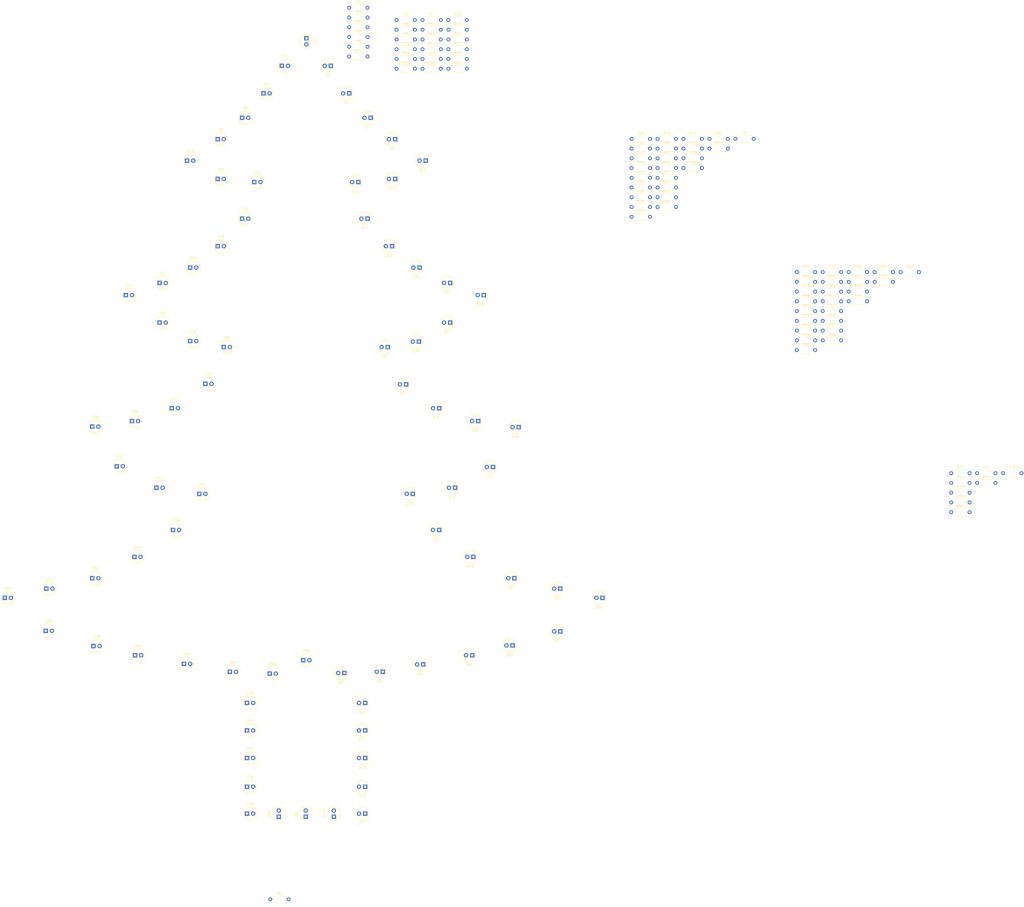
<source format=kicad_pcb>
(kicad_pcb (version 20171130) (host pcbnew 5.1.4+dfsg1-1)
  (layers (0 F.Cu signal) (31 B.Cu signal) (34 B.Paste user) (35 F.Paste user) (36 B.SilkS user) (37 F.SilkS user) (38 B.Mask user) (39 F.Mask user) (44 Edge.Cuts user))
  (net 0 "")
  (net 1 "Net-(D1-Pad2)")
  (net 2 "Net-(D2-Pad2)")
  (net 3 "Net-(D3-Pad2)")
  (net 4 "Net-(D4-Pad2)")
  (net 5 "Net-(D5-Pad2)")
  (net 6 "Net-(D6-Pad2)")
  (net 7 "Net-(D7-Pad2)")
  (net 8 "Net-(D8-Pad2)")
  (net 9 "Net-(D9-Pad2)")
  (net 10 "Net-(D10-Pad2)")
  (net 11 "Net-(D11-Pad2)")
  (net 12 "Net-(D12-Pad2)")
  (net 13 "Net-(D13-Pad2)")
  (net 14 "Net-(D14-Pad2)")
  (net 15 "Net-(D15-Pad2)")
  (net 16 "Net-(D16-Pad2)")
  (net 17 "Net-(D17-Pad2)")
  (net 18 "Net-(D18-Pad2)")
  (net 19 "Net-(D19-Pad2)")
  (net 20 "Net-(D20-Pad2)")
  (net 21 "Net-(D21-Pad2)")
  (net 22 "Net-(D22-Pad2)")
  (net 23 "Net-(D23-Pad2)")
  (net 24 "Net-(D24-Pad2)")
  (net 25 GND)
  (net 26 "Net-(R1-Pad1)")
  (net 27 "Net-(D25-Pad2)")
  (net 28 "Net-(D26-Pad2)")
  (net 29 "Net-(D27-Pad2)")
  (net 30 "Net-(D28-Pad2)")
  (net 31 "Net-(D29-Pad2)")
  (net 32 "Net-(D30-Pad2)")
  (net 33 "Net-(D31-Pad2)")
  (net 34 "Net-(D32-Pad2)")
  (net 35 "Net-(D33-Pad2)")
  (net 36 "Net-(D34-Pad2)")
  (net 37 "Net-(D35-Pad2)")
  (net 38 "Net-(D36-Pad2)")
  (net 39 "Net-(D37-Pad2)")
  (net 40 "Net-(D38-Pad2)")
  (net 41 "Net-(D39-Pad2)")
  (net 42 "Net-(D40-Pad2)")
  (net 43 "Net-(D41-Pad2)")
  (net 44 "Net-(D42-Pad2)")
  (net 45 "Net-(D43-Pad2)")
  (net 46 "Net-(D44-Pad2)")
  (net 47 "Net-(D45-Pad2)")
  (net 48 "Net-(D46-Pad2)")
  (net 49 "Net-(D47-Pad2)")
  (net 50 "Net-(D48-Pad2)")
  (net 51 "Net-(D49-Pad2)")
  (net 52 "Net-(D50-Pad2)")
  (net 53 "Net-(D51-Pad2)")
  (net 54 "Net-(D52-Pad2)")
  (net 55 "Net-(D53-Pad2)")
  (net 56 "Net-(D54-Pad2)")
  (net 57 "Net-(D55-Pad2)")
  (net 58 "Net-(D56-Pad2)")
  (net 59 "Net-(D57-Pad2)")
  (net 60 "Net-(D58-Pad2)")
  (net 61 "Net-(D59-Pad2)")
  (net 62 "Net-(D60-Pad2)")
  (net 63 "Net-(D61-Pad2)")
  (net 64 "Net-(D62-Pad2)")
  (net 65 "Net-(D63-Pad2)")
  (net 66 "Net-(D64-Pad2)")
  (net 67 "Net-(D65-Pad2)")
  (net 68 "Net-(D66-Pad2)")
  (net 69 "Net-(D67-Pad2)")
  (net 70 "Net-(D68-Pad2)")
  (net 71 "Net-(D69-Pad2)")
  (net 72 "Net-(D70-Pad2)")
  (net 73 "Net-(D71-Pad2)")
  (net 74 "Net-(D72-Pad2)")
  (net 75 "Net-(D69-Pad1)")
  (net 76 "Net-(D73-Pad2)")
  (net 77 "Net-(D73-Pad1)")
  (net 78 "Net-(D74-Pad2)")
  (net 79 "Net-(D75-Pad2)")
  (net 80 "Net-(D76-Pad2)")
  (net 81 "Net-(D77-Pad2)")
  (net 82 "Net-(D77-Pad1)")
  (net 83 "Net-(D78-Pad2)")
  (net 84 "Net-(D79-Pad2)")
  (net 85 "Net-(D80-Pad2)")
  (net 86 "Net-(R69-Pad1)")
  (net 87 "Net-(R70-Pad1)")
  (net 88 "Net-(R71-Pad1)")
  (net 89 "Net-(R72-Pad1)")
  (net 90 "Net-(R73-Pad1)")
  (net 91 "Net-(R74-Pad1)")
  (net 92 "Net-(R75-Pad1)")
  (net 93 "Net-(R76-Pad1)")
  (net 94 "Net-(R77-Pad1)")
  (net 95 "Net-(R78-Pad1)")
  (net 96 "Net-(R79-Pad1)")
  (net 97 "Net-(R80-Pad1)")
  (net 98 "Net-(D81-Pad2)")
  (net 99 "Net-(R81-Pad1)")
  (module Resistor_THT:R_Axial_DIN0207_L6.3mm_D2.5mm_P7.62mm_Horizontal (layer F.Cu) (at 146.318 384.33)
    (fp_text reference R81 (at 3.81 -2.37) (layer F.SilkS))
    (fp_text value R)
    (pad 2 thru_hole oval (at 7.62 0) (size 1.6 1.6) (drill 0.8) (layers *.Cu *.Mask) (net 98 "Net-(D81-Pad2)"))
    (pad 1 thru_hole circle (at 0 0) (size 1.6 1.6) (drill 0.8) (layers *.Cu *.Mask) (net 99 "Net-(R81-Pad1)"))
  )
  (module LED_THT:LED_D5.0mm (layer F.Cu) (at 161.036 350.012 90)
    (fp_text reference D81 (at 1.27 -3.96 90) (layer F.SilkS))
    (fp_text value LED)
    (pad 2 thru_hole circle (at 2.54 0 90) (size 1.8 1.8) (drill 0.9) (layers *.Cu *.Mask) (net 98 "Net-(D81-Pad2)"))
    (pad 1 thru_hole rect (at 0 0 90) (size 1.8 1.8) (drill 0.9) (layers *.Cu *.Mask) (net 82 "Net-(D77-Pad1)"))
  )
  (module Resistor_THT:R_Axial_DIN0207_L6.3mm_D2.5mm_P7.62mm_Horizontal (layer F.Cu) (at 429.02 223.52)
    (fp_text reference R80 (at 3.81 -2.37) (layer F.SilkS))
    (fp_text value R)
    (pad 2 thru_hole oval (at 7.62 0) (size 1.6 1.6) (drill 0.8) (layers *.Cu *.Mask) (net 85 "Net-(D80-Pad2)"))
    (pad 1 thru_hole circle (at 0 0) (size 1.6 1.6) (drill 0.8) (layers *.Cu *.Mask) (net 97 "Net-(R80-Pad1)"))
  )
  (module Resistor_THT:R_Axial_DIN0207_L6.3mm_D2.5mm_P7.62mm_Horizontal (layer F.Cu) (at 450.56 207.32)
    (fp_text reference R79 (at 3.81 -2.37) (layer F.SilkS))
    (fp_text value R)
    (pad 2 thru_hole oval (at 7.62 0) (size 1.6 1.6) (drill 0.8) (layers *.Cu *.Mask) (net 84 "Net-(D79-Pad2)"))
    (pad 1 thru_hole circle (at 0 0) (size 1.6 1.6) (drill 0.8) (layers *.Cu *.Mask) (net 96 "Net-(R79-Pad1)"))
  )
  (module Resistor_THT:R_Axial_DIN0207_L6.3mm_D2.5mm_P7.62mm_Horizontal (layer F.Cu) (at 429.02 219.47)
    (fp_text reference R78 (at 3.81 -2.37) (layer F.SilkS))
    (fp_text value R)
    (pad 2 thru_hole oval (at 7.62 0) (size 1.6 1.6) (drill 0.8) (layers *.Cu *.Mask) (net 83 "Net-(D78-Pad2)"))
    (pad 1 thru_hole circle (at 0 0) (size 1.6 1.6) (drill 0.8) (layers *.Cu *.Mask) (net 95 "Net-(R78-Pad1)"))
  )
  (module Resistor_THT:R_Axial_DIN0207_L6.3mm_D2.5mm_P7.62mm_Horizontal (layer F.Cu) (at 439.79 211.37)
    (fp_text reference R77 (at 3.81 -2.37) (layer F.SilkS))
    (fp_text value R)
    (pad 2 thru_hole oval (at 7.62 0) (size 1.6 1.6) (drill 0.8) (layers *.Cu *.Mask) (net 81 "Net-(D77-Pad2)"))
    (pad 1 thru_hole circle (at 0 0) (size 1.6 1.6) (drill 0.8) (layers *.Cu *.Mask) (net 94 "Net-(R77-Pad1)"))
  )
  (module Resistor_THT:R_Axial_DIN0207_L6.3mm_D2.5mm_P7.62mm_Horizontal (layer F.Cu) (at 429.02 215.42)
    (fp_text reference R76 (at 3.81 -2.37) (layer F.SilkS))
    (fp_text value R)
    (pad 2 thru_hole oval (at 7.62 0) (size 1.6 1.6) (drill 0.8) (layers *.Cu *.Mask) (net 80 "Net-(D76-Pad2)"))
    (pad 1 thru_hole circle (at 0 0) (size 1.6 1.6) (drill 0.8) (layers *.Cu *.Mask) (net 93 "Net-(R76-Pad1)"))
  )
  (module Resistor_THT:R_Axial_DIN0207_L6.3mm_D2.5mm_P7.62mm_Horizontal (layer F.Cu) (at 439.79 207.32)
    (fp_text reference R75 (at 3.81 -2.37) (layer F.SilkS))
    (fp_text value R)
    (pad 2 thru_hole oval (at 7.62 0) (size 1.6 1.6) (drill 0.8) (layers *.Cu *.Mask) (net 79 "Net-(D75-Pad2)"))
    (pad 1 thru_hole circle (at 0 0) (size 1.6 1.6) (drill 0.8) (layers *.Cu *.Mask) (net 92 "Net-(R75-Pad1)"))
  )
  (module Resistor_THT:R_Axial_DIN0207_L6.3mm_D2.5mm_P7.62mm_Horizontal (layer F.Cu) (at 429.02 211.37)
    (fp_text reference R74 (at 3.81 -2.37) (layer F.SilkS))
    (fp_text value R)
    (pad 2 thru_hole oval (at 7.62 0) (size 1.6 1.6) (drill 0.8) (layers *.Cu *.Mask) (net 78 "Net-(D74-Pad2)"))
    (pad 1 thru_hole circle (at 0 0) (size 1.6 1.6) (drill 0.8) (layers *.Cu *.Mask) (net 91 "Net-(R74-Pad1)"))
  )
  (module Resistor_THT:R_Axial_DIN0207_L6.3mm_D2.5mm_P7.62mm_Horizontal (layer F.Cu) (at 429.02 207.32)
    (fp_text reference R73 (at 3.81 -2.37) (layer F.SilkS))
    (fp_text value R)
    (pad 2 thru_hole oval (at 7.62 0) (size 1.6 1.6) (drill 0.8) (layers *.Cu *.Mask) (net 76 "Net-(D73-Pad2)"))
    (pad 1 thru_hole circle (at 0 0) (size 1.6 1.6) (drill 0.8) (layers *.Cu *.Mask) (net 90 "Net-(R73-Pad1)"))
  )
  (module LED_THT:LED_D5.0mm (layer F.Cu) (at 149.86 350.012 90)
    (fp_text reference D80 (at 1.27 -3.96 90) (layer F.SilkS))
    (fp_text value LED)
    (pad 2 thru_hole circle (at 2.54 0 90) (size 1.8 1.8) (drill 0.9) (layers *.Cu *.Mask) (net 85 "Net-(D80-Pad2)"))
    (pad 1 thru_hole rect (at 0 0 90) (size 1.8 1.8) (drill 0.9) (layers *.Cu *.Mask) (net 82 "Net-(D77-Pad1)"))
  )
  (module LED_THT:LED_D5.0mm (layer F.Cu) (at 172.72 350.012 90)
    (fp_text reference D79 (at 1.27 -3.96 90) (layer F.SilkS))
    (fp_text value LED)
    (pad 2 thru_hole circle (at 2.54 0 90) (size 1.8 1.8) (drill 0.9) (layers *.Cu *.Mask) (net 84 "Net-(D79-Pad2)"))
    (pad 1 thru_hole rect (at 0 0 90) (size 1.8 1.8) (drill 0.9) (layers *.Cu *.Mask) (net 82 "Net-(D77-Pad1)"))
  )
  (module LED_THT:LED_D5.0mm (layer F.Cu) (at 136.652 348.742)
    (fp_text reference D78 (at 1.27 -3.96) (layer F.SilkS))
    (fp_text value LED)
    (pad 2 thru_hole circle (at 2.54 0) (size 1.8 1.8) (drill 0.9) (layers *.Cu *.Mask) (net 83 "Net-(D78-Pad2)"))
    (pad 1 thru_hole rect (at 0 0) (size 1.8 1.8) (drill 0.9) (layers *.Cu *.Mask) (net 82 "Net-(D77-Pad1)"))
  )
  (module LED_THT:LED_D5.0mm (layer F.Cu) (at 185.674 348.742 180)
    (fp_text reference D77 (at 1.27 -3.96) (layer F.SilkS))
    (fp_text value LED)
    (pad 2 thru_hole circle (at 2.54 0 180) (size 1.8 1.8) (drill 0.9) (layers *.Cu *.Mask) (net 81 "Net-(D77-Pad2)"))
    (pad 1 thru_hole rect (at 0 0 180) (size 1.8 1.8) (drill 0.9) (layers *.Cu *.Mask) (net 82 "Net-(D77-Pad1)"))
  )
  (module LED_THT:LED_D5.0mm (layer F.Cu) (at 136.652 337.566)
    (fp_text reference D76 (at 1.27 -3.96) (layer F.SilkS))
    (fp_text value LED)
    (pad 2 thru_hole circle (at 2.54 0) (size 1.8 1.8) (drill 0.9) (layers *.Cu *.Mask) (net 80 "Net-(D76-Pad2)"))
    (pad 1 thru_hole rect (at 0 0) (size 1.8 1.8) (drill 0.9) (layers *.Cu *.Mask) (net 77 "Net-(D73-Pad1)"))
  )
  (module LED_THT:LED_D5.0mm (layer F.Cu) (at 185.674 337.566 180)
    (fp_text reference D75 (at 1.27 -3.96) (layer F.SilkS))
    (fp_text value LED)
    (pad 2 thru_hole circle (at 2.54 0 180) (size 1.8 1.8) (drill 0.9) (layers *.Cu *.Mask) (net 79 "Net-(D75-Pad2)"))
    (pad 1 thru_hole rect (at 0 0 180) (size 1.8 1.8) (drill 0.9) (layers *.Cu *.Mask) (net 77 "Net-(D73-Pad1)"))
  )
  (module LED_THT:LED_D5.0mm (layer F.Cu) (at 136.652 325.628)
    (fp_text reference D74 (at 1.27 -3.96) (layer F.SilkS))
    (fp_text value LED)
    (pad 2 thru_hole circle (at 2.54 0) (size 1.8 1.8) (drill 0.9) (layers *.Cu *.Mask) (net 78 "Net-(D74-Pad2)"))
    (pad 1 thru_hole rect (at 0 0) (size 1.8 1.8) (drill 0.9) (layers *.Cu *.Mask) (net 77 "Net-(D73-Pad1)"))
  )
  (module LED_THT:LED_D5.0mm (layer F.Cu) (at 185.674 325.628 180)
    (fp_text reference D73 (at 1.27 -3.96) (layer F.SilkS))
    (fp_text value LED)
    (pad 2 thru_hole circle (at 2.54 0 180) (size 1.8 1.8) (drill 0.9) (layers *.Cu *.Mask) (net 76 "Net-(D73-Pad2)"))
    (pad 1 thru_hole rect (at 0 0 180) (size 1.8 1.8) (drill 0.9) (layers *.Cu *.Mask) (net 77 "Net-(D73-Pad1)"))
  )
  (module Resistor_THT:R_Axial_DIN0207_L6.3mm_D2.5mm_P7.62mm_Horizontal (layer F.Cu) (at 375.68 123.782)
    (fp_text reference R72 (at 3.81 -2.37) (layer F.SilkS))
    (fp_text value R)
    (pad 2 thru_hole oval (at 7.62 0) (size 1.6 1.6) (drill 0.8) (layers *.Cu *.Mask) (net 74 "Net-(D72-Pad2)"))
    (pad 1 thru_hole circle (at 0 0) (size 1.6 1.6) (drill 0.8) (layers *.Cu *.Mask) (net 89 "Net-(R72-Pad1)"))
  )
  (module Resistor_THT:R_Axial_DIN0207_L6.3mm_D2.5mm_P7.62mm_Horizontal (layer F.Cu) (at 364.91 131.882)
    (fp_text reference R71 (at 3.81 -2.37) (layer F.SilkS))
    (fp_text value R)
    (pad 2 thru_hole oval (at 7.62 0) (size 1.6 1.6) (drill 0.8) (layers *.Cu *.Mask) (net 73 "Net-(D71-Pad2)"))
    (pad 1 thru_hole circle (at 0 0) (size 1.6 1.6) (drill 0.8) (layers *.Cu *.Mask) (net 88 "Net-(R71-Pad1)"))
  )
  (module Resistor_THT:R_Axial_DIN0207_L6.3mm_D2.5mm_P7.62mm_Horizontal (layer F.Cu) (at 375.68 127.832)
    (fp_text reference R70 (at 3.81 -2.37) (layer F.SilkS))
    (fp_text value R)
    (pad 2 thru_hole oval (at 7.62 0) (size 1.6 1.6) (drill 0.8) (layers *.Cu *.Mask) (net 72 "Net-(D70-Pad2)"))
    (pad 1 thru_hole circle (at 0 0) (size 1.6 1.6) (drill 0.8) (layers *.Cu *.Mask) (net 87 "Net-(R70-Pad1)"))
  )
  (module Resistor_THT:R_Axial_DIN0207_L6.3mm_D2.5mm_P7.62mm_Horizontal (layer F.Cu) (at 364.91 135.932)
    (fp_text reference R69 (at 3.81 -2.37) (layer F.SilkS))
    (fp_text value R)
    (pad 2 thru_hole oval (at 7.62 0) (size 1.6 1.6) (drill 0.8) (layers *.Cu *.Mask) (net 71 "Net-(D69-Pad2)"))
    (pad 1 thru_hole circle (at 0 0) (size 1.6 1.6) (drill 0.8) (layers *.Cu *.Mask) (net 86 "Net-(R69-Pad1)"))
  )
  (module Resistor_THT:R_Axial_DIN0207_L6.3mm_D2.5mm_P7.62mm_Horizontal (layer F.Cu) (at 386.45 123.782)
    (fp_text reference R68 (at 3.81 -2.37) (layer F.SilkS))
    (fp_text value R)
    (pad 2 thru_hole oval (at 7.62 0) (size 1.6 1.6) (drill 0.8) (layers *.Cu *.Mask) (net 70 "Net-(D68-Pad2)"))
    (pad 1 thru_hole circle (at 0 0) (size 1.6 1.6) (drill 0.8) (layers *.Cu *.Mask) (net 26 "Net-(R1-Pad1)"))
  )
  (module Resistor_THT:R_Axial_DIN0207_L6.3mm_D2.5mm_P7.62mm_Horizontal (layer F.Cu) (at 364.91 139.982)
    (fp_text reference R67 (at 3.81 -2.37) (layer F.SilkS))
    (fp_text value R)
    (pad 2 thru_hole oval (at 7.62 0) (size 1.6 1.6) (drill 0.8) (layers *.Cu *.Mask) (net 69 "Net-(D67-Pad2)"))
    (pad 1 thru_hole circle (at 0 0) (size 1.6 1.6) (drill 0.8) (layers *.Cu *.Mask) (net 26 "Net-(R1-Pad1)"))
  )
  (module Resistor_THT:R_Axial_DIN0207_L6.3mm_D2.5mm_P7.62mm_Horizontal (layer F.Cu) (at 375.68 131.882)
    (fp_text reference R66 (at 3.81 -2.37) (layer F.SilkS))
    (fp_text value R)
    (pad 2 thru_hole oval (at 7.62 0) (size 1.6 1.6) (drill 0.8) (layers *.Cu *.Mask) (net 68 "Net-(D66-Pad2)"))
    (pad 1 thru_hole circle (at 0 0) (size 1.6 1.6) (drill 0.8) (layers *.Cu *.Mask) (net 26 "Net-(R1-Pad1)"))
  )
  (module Resistor_THT:R_Axial_DIN0207_L6.3mm_D2.5mm_P7.62mm_Horizontal (layer F.Cu) (at 386.45 127.832)
    (fp_text reference R65 (at 3.81 -2.37) (layer F.SilkS))
    (fp_text value R)
    (pad 2 thru_hole oval (at 7.62 0) (size 1.6 1.6) (drill 0.8) (layers *.Cu *.Mask) (net 67 "Net-(D65-Pad2)"))
    (pad 1 thru_hole circle (at 0 0) (size 1.6 1.6) (drill 0.8) (layers *.Cu *.Mask) (net 26 "Net-(R1-Pad1)"))
  )
  (module Resistor_THT:R_Axial_DIN0207_L6.3mm_D2.5mm_P7.62mm_Horizontal (layer F.Cu) (at 375.68 135.932)
    (fp_text reference R64 (at 3.81 -2.37) (layer F.SilkS))
    (fp_text value R)
    (pad 2 thru_hole oval (at 7.62 0) (size 1.6 1.6) (drill 0.8) (layers *.Cu *.Mask) (net 66 "Net-(D64-Pad2)"))
    (pad 1 thru_hole circle (at 0 0) (size 1.6 1.6) (drill 0.8) (layers *.Cu *.Mask) (net 26 "Net-(R1-Pad1)"))
  )
  (module Resistor_THT:R_Axial_DIN0207_L6.3mm_D2.5mm_P7.62mm_Horizontal (layer F.Cu) (at 364.91 144.032)
    (fp_text reference R63 (at 3.81 -2.37) (layer F.SilkS))
    (fp_text value R)
    (pad 2 thru_hole oval (at 7.62 0) (size 1.6 1.6) (drill 0.8) (layers *.Cu *.Mask) (net 65 "Net-(D63-Pad2)"))
    (pad 1 thru_hole circle (at 0 0) (size 1.6 1.6) (drill 0.8) (layers *.Cu *.Mask) (net 26 "Net-(R1-Pad1)"))
  )
  (module Resistor_THT:R_Axial_DIN0207_L6.3mm_D2.5mm_P7.62mm_Horizontal (layer F.Cu) (at 364.91 148.082)
    (fp_text reference R62 (at 3.81 -2.37) (layer F.SilkS))
    (fp_text value R)
    (pad 2 thru_hole oval (at 7.62 0) (size 1.6 1.6) (drill 0.8) (layers *.Cu *.Mask) (net 64 "Net-(D62-Pad2)"))
    (pad 1 thru_hole circle (at 0 0) (size 1.6 1.6) (drill 0.8) (layers *.Cu *.Mask) (net 26 "Net-(R1-Pad1)"))
  )
  (module Resistor_THT:R_Axial_DIN0207_L6.3mm_D2.5mm_P7.62mm_Horizontal (layer F.Cu) (at 364.91 127.832)
    (fp_text reference R61 (at 3.81 -2.37) (layer F.SilkS))
    (fp_text value R)
    (pad 2 thru_hole oval (at 7.62 0) (size 1.6 1.6) (drill 0.8) (layers *.Cu *.Mask) (net 63 "Net-(D61-Pad2)"))
    (pad 1 thru_hole circle (at 0 0) (size 1.6 1.6) (drill 0.8) (layers *.Cu *.Mask) (net 26 "Net-(R1-Pad1)"))
  )
  (module Resistor_THT:R_Axial_DIN0207_L6.3mm_D2.5mm_P7.62mm_Horizontal (layer F.Cu) (at 397.22 123.782)
    (fp_text reference R60 (at 3.81 -2.37) (layer F.SilkS))
    (fp_text value R)
    (pad 2 thru_hole oval (at 7.62 0) (size 1.6 1.6) (drill 0.8) (layers *.Cu *.Mask) (net 62 "Net-(D60-Pad2)"))
    (pad 1 thru_hole circle (at 0 0) (size 1.6 1.6) (drill 0.8) (layers *.Cu *.Mask) (net 26 "Net-(R1-Pad1)"))
  )
  (module Resistor_THT:R_Axial_DIN0207_L6.3mm_D2.5mm_P7.62mm_Horizontal (layer F.Cu) (at 375.68 152.132)
    (fp_text reference R59 (at 3.81 -2.37) (layer F.SilkS))
    (fp_text value R)
    (pad 2 thru_hole oval (at 7.62 0) (size 1.6 1.6) (drill 0.8) (layers *.Cu *.Mask) (net 61 "Net-(D59-Pad2)"))
    (pad 1 thru_hole circle (at 0 0) (size 1.6 1.6) (drill 0.8) (layers *.Cu *.Mask) (net 26 "Net-(R1-Pad1)"))
  )
  (module Resistor_THT:R_Axial_DIN0207_L6.3mm_D2.5mm_P7.62mm_Horizontal (layer F.Cu) (at 407.99 123.782)
    (fp_text reference R58 (at 3.81 -2.37) (layer F.SilkS))
    (fp_text value R)
    (pad 2 thru_hole oval (at 7.62 0) (size 1.6 1.6) (drill 0.8) (layers *.Cu *.Mask) (net 60 "Net-(D58-Pad2)"))
    (pad 1 thru_hole circle (at 0 0) (size 1.6 1.6) (drill 0.8) (layers *.Cu *.Mask) (net 26 "Net-(R1-Pad1)"))
  )
  (module Resistor_THT:R_Axial_DIN0207_L6.3mm_D2.5mm_P7.62mm_Horizontal (layer F.Cu) (at 375.68 148.082)
    (fp_text reference R57 (at 3.81 -2.37) (layer F.SilkS))
    (fp_text value R)
    (pad 2 thru_hole oval (at 7.62 0) (size 1.6 1.6) (drill 0.8) (layers *.Cu *.Mask) (net 59 "Net-(D57-Pad2)"))
    (pad 1 thru_hole circle (at 0 0) (size 1.6 1.6) (drill 0.8) (layers *.Cu *.Mask) (net 26 "Net-(R1-Pad1)"))
  )
  (module Resistor_THT:R_Axial_DIN0207_L6.3mm_D2.5mm_P7.62mm_Horizontal (layer F.Cu) (at 364.91 156.182)
    (fp_text reference R56 (at 3.81 -2.37) (layer F.SilkS))
    (fp_text value R)
    (pad 2 thru_hole oval (at 7.62 0) (size 1.6 1.6) (drill 0.8) (layers *.Cu *.Mask) (net 58 "Net-(D56-Pad2)"))
    (pad 1 thru_hole circle (at 0 0) (size 1.6 1.6) (drill 0.8) (layers *.Cu *.Mask) (net 26 "Net-(R1-Pad1)"))
  )
  (module Resistor_THT:R_Axial_DIN0207_L6.3mm_D2.5mm_P7.62mm_Horizontal (layer F.Cu) (at 375.68 144.032)
    (fp_text reference R55 (at 3.81 -2.37) (layer F.SilkS))
    (fp_text value R)
    (pad 2 thru_hole oval (at 7.62 0) (size 1.6 1.6) (drill 0.8) (layers *.Cu *.Mask) (net 57 "Net-(D55-Pad2)"))
    (pad 1 thru_hole circle (at 0 0) (size 1.6 1.6) (drill 0.8) (layers *.Cu *.Mask) (net 26 "Net-(R1-Pad1)"))
  )
  (module Resistor_THT:R_Axial_DIN0207_L6.3mm_D2.5mm_P7.62mm_Horizontal (layer F.Cu) (at 386.45 135.932)
    (fp_text reference R54 (at 3.81 -2.37) (layer F.SilkS))
    (fp_text value R)
    (pad 2 thru_hole oval (at 7.62 0) (size 1.6 1.6) (drill 0.8) (layers *.Cu *.Mask) (net 56 "Net-(D54-Pad2)"))
    (pad 1 thru_hole circle (at 0 0) (size 1.6 1.6) (drill 0.8) (layers *.Cu *.Mask) (net 26 "Net-(R1-Pad1)"))
  )
  (module Resistor_THT:R_Axial_DIN0207_L6.3mm_D2.5mm_P7.62mm_Horizontal (layer F.Cu) (at 397.22 127.832)
    (fp_text reference R53 (at 3.81 -2.37) (layer F.SilkS))
    (fp_text value R)
    (pad 2 thru_hole oval (at 7.62 0) (size 1.6 1.6) (drill 0.8) (layers *.Cu *.Mask) (net 55 "Net-(D53-Pad2)"))
    (pad 1 thru_hole circle (at 0 0) (size 1.6 1.6) (drill 0.8) (layers *.Cu *.Mask) (net 26 "Net-(R1-Pad1)"))
  )
  (module Resistor_THT:R_Axial_DIN0207_L6.3mm_D2.5mm_P7.62mm_Horizontal (layer F.Cu) (at 386.45 131.882)
    (fp_text reference R52 (at 3.81 -2.37) (layer F.SilkS))
    (fp_text value R)
    (pad 2 thru_hole oval (at 7.62 0) (size 1.6 1.6) (drill 0.8) (layers *.Cu *.Mask) (net 54 "Net-(D52-Pad2)"))
    (pad 1 thru_hole circle (at 0 0) (size 1.6 1.6) (drill 0.8) (layers *.Cu *.Mask) (net 26 "Net-(R1-Pad1)"))
  )
  (module Resistor_THT:R_Axial_DIN0207_L6.3mm_D2.5mm_P7.62mm_Horizontal (layer F.Cu) (at 375.68 139.982)
    (fp_text reference R51 (at 3.81 -2.37) (layer F.SilkS))
    (fp_text value R)
    (pad 2 thru_hole oval (at 7.62 0) (size 1.6 1.6) (drill 0.8) (layers *.Cu *.Mask) (net 53 "Net-(D51-Pad2)"))
    (pad 1 thru_hole circle (at 0 0) (size 1.6 1.6) (drill 0.8) (layers *.Cu *.Mask) (net 26 "Net-(R1-Pad1)"))
  )
  (module Resistor_THT:R_Axial_DIN0207_L6.3mm_D2.5mm_P7.62mm_Horizontal (layer F.Cu) (at 364.91 123.782)
    (fp_text reference R50 (at 3.81 -2.37) (layer F.SilkS))
    (fp_text value R)
    (pad 2 thru_hole oval (at 7.62 0) (size 1.6 1.6) (drill 0.8) (layers *.Cu *.Mask) (net 52 "Net-(D50-Pad2)"))
    (pad 1 thru_hole circle (at 0 0) (size 1.6 1.6) (drill 0.8) (layers *.Cu *.Mask) (net 26 "Net-(R1-Pad1)"))
  )
  (module Resistor_THT:R_Axial_DIN0207_L6.3mm_D2.5mm_P7.62mm_Horizontal (layer F.Cu) (at 364.91 152.132)
    (fp_text reference R49 (at 3.81 -2.37) (layer F.SilkS))
    (fp_text value R)
    (pad 2 thru_hole oval (at 7.62 0) (size 1.6 1.6) (drill 0.8) (layers *.Cu *.Mask) (net 51 "Net-(D49-Pad2)"))
    (pad 1 thru_hole circle (at 0 0) (size 1.6 1.6) (drill 0.8) (layers *.Cu *.Mask) (net 26 "Net-(R1-Pad1)"))
  )
  (module LED_THT:LED_D5.0mm (layer F.Cu) (at 136.652 314.198)
    (fp_text reference D72 (at 1.27 -3.96) (layer F.SilkS))
    (fp_text value LED)
    (pad 2 thru_hole circle (at 2.54 0) (size 1.8 1.8) (drill 0.9) (layers *.Cu *.Mask) (net 74 "Net-(D72-Pad2)"))
    (pad 1 thru_hole rect (at 0 0) (size 1.8 1.8) (drill 0.9) (layers *.Cu *.Mask) (net 75 "Net-(D69-Pad1)"))
  )
  (module LED_THT:LED_D5.0mm (layer F.Cu) (at 185.674 314.198 180)
    (fp_text reference D71 (at 1.27 -3.96) (layer F.SilkS))
    (fp_text value LED)
    (pad 2 thru_hole circle (at 2.54 0 180) (size 1.8 1.8) (drill 0.9) (layers *.Cu *.Mask) (net 73 "Net-(D71-Pad2)"))
    (pad 1 thru_hole rect (at 0 0 180) (size 1.8 1.8) (drill 0.9) (layers *.Cu *.Mask) (net 75 "Net-(D69-Pad1)"))
  )
  (module LED_THT:LED_D5.0mm (layer F.Cu) (at 136.652 302.768)
    (fp_text reference D70 (at 1.27 -3.96) (layer F.SilkS))
    (fp_text value LED)
    (pad 2 thru_hole circle (at 2.54 0) (size 1.8 1.8) (drill 0.9) (layers *.Cu *.Mask) (net 72 "Net-(D70-Pad2)"))
    (pad 1 thru_hole rect (at 0 0) (size 1.8 1.8) (drill 0.9) (layers *.Cu *.Mask) (net 75 "Net-(D69-Pad1)"))
  )
  (module LED_THT:LED_D5.0mm (layer F.Cu) (at 185.674 302.768 180)
    (fp_text reference D69 (at 1.27 -3.96) (layer F.SilkS))
    (fp_text value LED)
    (pad 2 thru_hole circle (at 2.54 0 180) (size 1.8 1.8) (drill 0.9) (layers *.Cu *.Mask) (net 71 "Net-(D69-Pad2)"))
    (pad 1 thru_hole rect (at 0 0 180) (size 1.8 1.8) (drill 0.9) (layers *.Cu *.Mask) (net 75 "Net-(D69-Pad1)"))
  )
  (module LED_THT:LED_D5.0mm (layer F.Cu) (at 160.02 284.988)
    (fp_text reference D68 (at 1.27 -3.96) (layer F.SilkS))
    (fp_text value LED)
    (pad 2 thru_hole circle (at 2.54 0) (size 1.8 1.8) (drill 0.9) (layers *.Cu *.Mask) (net 70 "Net-(D68-Pad2)"))
    (pad 1 thru_hole rect (at 0 0) (size 1.8 1.8) (drill 0.9) (layers *.Cu *.Mask) (net 25 GND))
  )
  (module LED_THT:LED_D5.0mm (layer F.Cu) (at 177.038 290.322 180)
    (fp_text reference D67 (at 1.27 -3.96) (layer F.SilkS))
    (fp_text value LED)
    (pad 2 thru_hole circle (at 2.54 0 180) (size 1.8 1.8) (drill 0.9) (layers *.Cu *.Mask) (net 69 "Net-(D67-Pad2)"))
    (pad 1 thru_hole rect (at 0 0 180) (size 1.8 1.8) (drill 0.9) (layers *.Cu *.Mask) (net 25 GND))
  )
  (module LED_THT:LED_D5.0mm (layer F.Cu) (at 146.05 290.576)
    (fp_text reference D66 (at 1.27 -3.96) (layer F.SilkS))
    (fp_text value LED)
    (pad 2 thru_hole circle (at 2.54 0) (size 1.8 1.8) (drill 0.9) (layers *.Cu *.Mask) (net 68 "Net-(D66-Pad2)"))
    (pad 1 thru_hole rect (at 0 0) (size 1.8 1.8) (drill 0.9) (layers *.Cu *.Mask) (net 25 GND))
  )
  (module LED_THT:LED_D5.0mm (layer F.Cu) (at 193.04 289.814 180)
    (fp_text reference D65 (at 1.27 -3.96) (layer F.SilkS))
    (fp_text value LED)
    (pad 2 thru_hole circle (at 2.54 0 180) (size 1.8 1.8) (drill 0.9) (layers *.Cu *.Mask) (net 67 "Net-(D65-Pad2)"))
    (pad 1 thru_hole rect (at 0 0 180) (size 1.8 1.8) (drill 0.9) (layers *.Cu *.Mask) (net 25 GND))
  )
  (module LED_THT:LED_D5.0mm (layer F.Cu) (at 129.54 289.814)
    (fp_text reference D64 (at 1.27 -3.96) (layer F.SilkS))
    (fp_text value LED)
    (pad 2 thru_hole circle (at 2.54 0) (size 1.8 1.8) (drill 0.9) (layers *.Cu *.Mask) (net 66 "Net-(D64-Pad2)"))
    (pad 1 thru_hole rect (at 0 0) (size 1.8 1.8) (drill 0.9) (layers *.Cu *.Mask) (net 25 GND))
  )
  (module LED_THT:LED_D5.0mm (layer F.Cu) (at 209.804 286.766 180)
    (fp_text reference D63 (at 1.27 -3.96) (layer F.SilkS))
    (fp_text value LED)
    (pad 2 thru_hole circle (at 2.54 0 180) (size 1.8 1.8) (drill 0.9) (layers *.Cu *.Mask) (net 65 "Net-(D63-Pad2)"))
    (pad 1 thru_hole rect (at 0 0 180) (size 1.8 1.8) (drill 0.9) (layers *.Cu *.Mask) (net 25 GND))
  )
  (module LED_THT:LED_D5.0mm (layer F.Cu) (at 110.49 286.512)
    (fp_text reference D62 (at 1.27 -3.96) (layer F.SilkS))
    (fp_text value LED)
    (pad 2 thru_hole circle (at 2.54 0) (size 1.8 1.8) (drill 0.9) (layers *.Cu *.Mask) (net 64 "Net-(D62-Pad2)"))
    (pad 1 thru_hole rect (at 0 0) (size 1.8 1.8) (drill 0.9) (layers *.Cu *.Mask) (net 25 GND))
  )
  (module LED_THT:LED_D5.0mm (layer F.Cu) (at 230.124 282.956 180)
    (fp_text reference D61 (at 1.27 -3.96) (layer F.SilkS))
    (fp_text value LED)
    (pad 2 thru_hole circle (at 2.54 0 180) (size 1.8 1.8) (drill 0.9) (layers *.Cu *.Mask) (net 63 "Net-(D61-Pad2)"))
    (pad 1 thru_hole rect (at 0 0 180) (size 1.8 1.8) (drill 0.9) (layers *.Cu *.Mask) (net 25 GND))
  )
  (module LED_THT:LED_D5.0mm (layer F.Cu) (at 90.17 282.956)
    (fp_text reference D60 (at 1.27 -3.96) (layer F.SilkS))
    (fp_text value LED)
    (pad 2 thru_hole circle (at 2.54 0) (size 1.8 1.8) (drill 0.9) (layers *.Cu *.Mask) (net 62 "Net-(D60-Pad2)"))
    (pad 1 thru_hole rect (at 0 0) (size 1.8 1.8) (drill 0.9) (layers *.Cu *.Mask) (net 25 GND))
  )
  (module LED_THT:LED_D5.0mm (layer F.Cu) (at 246.888 278.892 180)
    (fp_text reference D59 (at 1.27 -3.96) (layer F.SilkS))
    (fp_text value LED)
    (pad 2 thru_hole circle (at 2.54 0 180) (size 1.8 1.8) (drill 0.9) (layers *.Cu *.Mask) (net 61 "Net-(D59-Pad2)"))
    (pad 1 thru_hole rect (at 0 0 180) (size 1.8 1.8) (drill 0.9) (layers *.Cu *.Mask) (net 25 GND))
  )
  (module LED_THT:LED_D5.0mm (layer F.Cu) (at 72.898 279.146)
    (fp_text reference D58 (at 1.27 -3.96) (layer F.SilkS))
    (fp_text value LED)
    (pad 2 thru_hole circle (at 2.54 0) (size 1.8 1.8) (drill 0.9) (layers *.Cu *.Mask) (net 60 "Net-(D58-Pad2)"))
    (pad 1 thru_hole rect (at 0 0) (size 1.8 1.8) (drill 0.9) (layers *.Cu *.Mask) (net 25 GND))
  )
  (module LED_THT:LED_D5.0mm (layer F.Cu) (at 266.7 273.05 180)
    (fp_text reference D57 (at 1.27 -3.96) (layer F.SilkS))
    (fp_text value LED)
    (pad 2 thru_hole circle (at 2.54 0 180) (size 1.8 1.8) (drill 0.9) (layers *.Cu *.Mask) (net 59 "Net-(D57-Pad2)"))
    (pad 1 thru_hole rect (at 0 0 180) (size 1.8 1.8) (drill 0.9) (layers *.Cu *.Mask) (net 25 GND))
  )
  (module LED_THT:LED_D5.0mm (layer F.Cu) (at 53.086 272.796)
    (fp_text reference D56 (at 1.27 -3.96) (layer F.SilkS))
    (fp_text value LED)
    (pad 2 thru_hole circle (at 2.54 0) (size 1.8 1.8) (drill 0.9) (layers *.Cu *.Mask) (net 58 "Net-(D56-Pad2)"))
    (pad 1 thru_hole rect (at 0 0) (size 1.8 1.8) (drill 0.9) (layers *.Cu *.Mask) (net 25 GND))
  )
  (module LED_THT:LED_D5.0mm (layer F.Cu) (at 284.226 259.08 180)
    (fp_text reference D55 (at 1.27 -3.96) (layer F.SilkS))
    (fp_text value LED)
    (pad 2 thru_hole circle (at 2.54 0 180) (size 1.8 1.8) (drill 0.9) (layers *.Cu *.Mask) (net 57 "Net-(D55-Pad2)"))
    (pad 1 thru_hole rect (at 0 0 180) (size 1.8 1.8) (drill 0.9) (layers *.Cu *.Mask) (net 25 GND))
  )
  (module LED_THT:LED_D5.0mm (layer F.Cu) (at 36.068 259.08)
    (fp_text reference D54 (at 1.27 -3.96) (layer F.SilkS))
    (fp_text value LED)
    (pad 2 thru_hole circle (at 2.54 0) (size 1.8 1.8) (drill 0.9) (layers *.Cu *.Mask) (net 56 "Net-(D54-Pad2)"))
    (pad 1 thru_hole rect (at 0 0) (size 1.8 1.8) (drill 0.9) (layers *.Cu *.Mask) (net 25 GND))
  )
  (module LED_THT:LED_D5.0mm (layer F.Cu) (at 266.7 255.27 180)
    (fp_text reference D53 (at 1.27 -3.96) (layer F.SilkS))
    (fp_text value LED)
    (pad 2 thru_hole circle (at 2.54 0 180) (size 1.8 1.8) (drill 0.9) (layers *.Cu *.Mask) (net 55 "Net-(D53-Pad2)"))
    (pad 1 thru_hole rect (at 0 0 180) (size 1.8 1.8) (drill 0.9) (layers *.Cu *.Mask) (net 25 GND))
  )
  (module LED_THT:LED_D5.0mm (layer F.Cu) (at 53.34 255.27)
    (fp_text reference D52 (at 1.27 -3.96) (layer F.SilkS))
    (fp_text value LED)
    (pad 2 thru_hole circle (at 2.54 0) (size 1.8 1.8) (drill 0.9) (layers *.Cu *.Mask) (net 54 "Net-(D52-Pad2)"))
    (pad 1 thru_hole rect (at 0 0) (size 1.8 1.8) (drill 0.9) (layers *.Cu *.Mask) (net 25 GND))
  )
  (module LED_THT:LED_D5.0mm (layer F.Cu) (at 247.65 250.952 180)
    (fp_text reference D51 (at 1.27 -3.96) (layer F.SilkS))
    (fp_text value LED)
    (pad 2 thru_hole circle (at 2.54 0 180) (size 1.8 1.8) (drill 0.9) (layers *.Cu *.Mask) (net 53 "Net-(D51-Pad2)"))
    (pad 1 thru_hole rect (at 0 0 180) (size 1.8 1.8) (drill 0.9) (layers *.Cu *.Mask) (net 25 GND))
  )
  (module LED_THT:LED_D5.0mm (layer F.Cu) (at 72.39 250.952)
    (fp_text reference D50 (at 1.27 -3.96) (layer F.SilkS))
    (fp_text value LED)
    (pad 2 thru_hole circle (at 2.54 0) (size 1.8 1.8) (drill 0.9) (layers *.Cu *.Mask) (net 52 "Net-(D50-Pad2)"))
    (pad 1 thru_hole rect (at 0 0) (size 1.8 1.8) (drill 0.9) (layers *.Cu *.Mask) (net 25 GND))
  )
  (module LED_THT:LED_D5.0mm (layer F.Cu) (at 230.632 242.062 180)
    (fp_text reference D49 (at 1.27 -3.96) (layer F.SilkS))
    (fp_text value LED)
    (pad 2 thru_hole circle (at 2.54 0 180) (size 1.8 1.8) (drill 0.9) (layers *.Cu *.Mask) (net 51 "Net-(D49-Pad2)"))
    (pad 1 thru_hole rect (at 0 0 180) (size 1.8 1.8) (drill 0.9) (layers *.Cu *.Mask) (net 25 GND))
  )
  (module Resistor_THT:R_Axial_DIN0207_L6.3mm_D2.5mm_P7.62mm_Horizontal (layer F.Cu) (at 307.1 68.41)
    (fp_text reference R48 (at 3.81 -2.37) (layer F.SilkS))
    (fp_text value R)
    (pad 2 thru_hole oval (at 7.62 0) (size 1.6 1.6) (drill 0.8) (layers *.Cu *.Mask) (net 50 "Net-(D48-Pad2)"))
    (pad 1 thru_hole circle (at 0 0) (size 1.6 1.6) (drill 0.8) (layers *.Cu *.Mask) (net 26 "Net-(R1-Pad1)"))
  )
  (module Resistor_THT:R_Axial_DIN0207_L6.3mm_D2.5mm_P7.62mm_Horizontal (layer F.Cu) (at 296.33 76.51)
    (fp_text reference R47 (at 3.81 -2.37) (layer F.SilkS))
    (fp_text value R)
    (pad 2 thru_hole oval (at 7.62 0) (size 1.6 1.6) (drill 0.8) (layers *.Cu *.Mask) (net 49 "Net-(D47-Pad2)"))
    (pad 1 thru_hole circle (at 0 0) (size 1.6 1.6) (drill 0.8) (layers *.Cu *.Mask) (net 26 "Net-(R1-Pad1)"))
  )
  (module Resistor_THT:R_Axial_DIN0207_L6.3mm_D2.5mm_P7.62mm_Horizontal (layer F.Cu) (at 307.1 72.46)
    (fp_text reference R46 (at 3.81 -2.37) (layer F.SilkS))
    (fp_text value R)
    (pad 2 thru_hole oval (at 7.62 0) (size 1.6 1.6) (drill 0.8) (layers *.Cu *.Mask) (net 48 "Net-(D46-Pad2)"))
    (pad 1 thru_hole circle (at 0 0) (size 1.6 1.6) (drill 0.8) (layers *.Cu *.Mask) (net 26 "Net-(R1-Pad1)"))
  )
  (module Resistor_THT:R_Axial_DIN0207_L6.3mm_D2.5mm_P7.62mm_Horizontal (layer F.Cu) (at 296.33 80.56)
    (fp_text reference R45 (at 3.81 -2.37) (layer F.SilkS))
    (fp_text value R)
    (pad 2 thru_hole oval (at 7.62 0) (size 1.6 1.6) (drill 0.8) (layers *.Cu *.Mask) (net 47 "Net-(D45-Pad2)"))
    (pad 1 thru_hole circle (at 0 0) (size 1.6 1.6) (drill 0.8) (layers *.Cu *.Mask) (net 26 "Net-(R1-Pad1)"))
  )
  (module Resistor_THT:R_Axial_DIN0207_L6.3mm_D2.5mm_P7.62mm_Horizontal (layer F.Cu) (at 317.87 68.41)
    (fp_text reference R44 (at 3.81 -2.37) (layer F.SilkS))
    (fp_text value R)
    (pad 2 thru_hole oval (at 7.62 0) (size 1.6 1.6) (drill 0.8) (layers *.Cu *.Mask) (net 46 "Net-(D44-Pad2)"))
    (pad 1 thru_hole circle (at 0 0) (size 1.6 1.6) (drill 0.8) (layers *.Cu *.Mask) (net 26 "Net-(R1-Pad1)"))
  )
  (module Resistor_THT:R_Axial_DIN0207_L6.3mm_D2.5mm_P7.62mm_Horizontal (layer F.Cu) (at 296.33 84.61)
    (fp_text reference R43 (at 3.81 -2.37) (layer F.SilkS))
    (fp_text value R)
    (pad 2 thru_hole oval (at 7.62 0) (size 1.6 1.6) (drill 0.8) (layers *.Cu *.Mask) (net 45 "Net-(D43-Pad2)"))
    (pad 1 thru_hole circle (at 0 0) (size 1.6 1.6) (drill 0.8) (layers *.Cu *.Mask) (net 26 "Net-(R1-Pad1)"))
  )
  (module Resistor_THT:R_Axial_DIN0207_L6.3mm_D2.5mm_P7.62mm_Horizontal (layer F.Cu) (at 307.1 76.51)
    (fp_text reference R42 (at 3.81 -2.37) (layer F.SilkS))
    (fp_text value R)
    (pad 2 thru_hole oval (at 7.62 0) (size 1.6 1.6) (drill 0.8) (layers *.Cu *.Mask) (net 44 "Net-(D42-Pad2)"))
    (pad 1 thru_hole circle (at 0 0) (size 1.6 1.6) (drill 0.8) (layers *.Cu *.Mask) (net 26 "Net-(R1-Pad1)"))
  )
  (module Resistor_THT:R_Axial_DIN0207_L6.3mm_D2.5mm_P7.62mm_Horizontal (layer F.Cu) (at 317.87 72.46)
    (fp_text reference R41 (at 3.81 -2.37) (layer F.SilkS))
    (fp_text value R)
    (pad 2 thru_hole oval (at 7.62 0) (size 1.6 1.6) (drill 0.8) (layers *.Cu *.Mask) (net 43 "Net-(D41-Pad2)"))
    (pad 1 thru_hole circle (at 0 0) (size 1.6 1.6) (drill 0.8) (layers *.Cu *.Mask) (net 26 "Net-(R1-Pad1)"))
  )
  (module Resistor_THT:R_Axial_DIN0207_L6.3mm_D2.5mm_P7.62mm_Horizontal (layer F.Cu) (at 307.1 80.56)
    (fp_text reference R40 (at 3.81 -2.37) (layer F.SilkS))
    (fp_text value R)
    (pad 2 thru_hole oval (at 7.62 0) (size 1.6 1.6) (drill 0.8) (layers *.Cu *.Mask) (net 42 "Net-(D40-Pad2)"))
    (pad 1 thru_hole circle (at 0 0) (size 1.6 1.6) (drill 0.8) (layers *.Cu *.Mask) (net 26 "Net-(R1-Pad1)"))
  )
  (module Resistor_THT:R_Axial_DIN0207_L6.3mm_D2.5mm_P7.62mm_Horizontal (layer F.Cu) (at 296.33 88.66)
    (fp_text reference R39 (at 3.81 -2.37) (layer F.SilkS))
    (fp_text value R)
    (pad 2 thru_hole oval (at 7.62 0) (size 1.6 1.6) (drill 0.8) (layers *.Cu *.Mask) (net 41 "Net-(D39-Pad2)"))
    (pad 1 thru_hole circle (at 0 0) (size 1.6 1.6) (drill 0.8) (layers *.Cu *.Mask) (net 26 "Net-(R1-Pad1)"))
  )
  (module Resistor_THT:R_Axial_DIN0207_L6.3mm_D2.5mm_P7.62mm_Horizontal (layer F.Cu) (at 296.33 92.71)
    (fp_text reference R38 (at 3.81 -2.37) (layer F.SilkS))
    (fp_text value R)
    (pad 2 thru_hole oval (at 7.62 0) (size 1.6 1.6) (drill 0.8) (layers *.Cu *.Mask) (net 40 "Net-(D38-Pad2)"))
    (pad 1 thru_hole circle (at 0 0) (size 1.6 1.6) (drill 0.8) (layers *.Cu *.Mask) (net 26 "Net-(R1-Pad1)"))
  )
  (module Resistor_THT:R_Axial_DIN0207_L6.3mm_D2.5mm_P7.62mm_Horizontal (layer F.Cu) (at 296.33 72.46)
    (fp_text reference R37 (at 3.81 -2.37) (layer F.SilkS))
    (fp_text value R)
    (pad 2 thru_hole oval (at 7.62 0) (size 1.6 1.6) (drill 0.8) (layers *.Cu *.Mask) (net 39 "Net-(D37-Pad2)"))
    (pad 1 thru_hole circle (at 0 0) (size 1.6 1.6) (drill 0.8) (layers *.Cu *.Mask) (net 26 "Net-(R1-Pad1)"))
  )
  (module Resistor_THT:R_Axial_DIN0207_L6.3mm_D2.5mm_P7.62mm_Horizontal (layer F.Cu) (at 328.64 68.41)
    (fp_text reference R36 (at 3.81 -2.37) (layer F.SilkS))
    (fp_text value R)
    (pad 2 thru_hole oval (at 7.62 0) (size 1.6 1.6) (drill 0.8) (layers *.Cu *.Mask) (net 38 "Net-(D36-Pad2)"))
    (pad 1 thru_hole circle (at 0 0) (size 1.6 1.6) (drill 0.8) (layers *.Cu *.Mask) (net 26 "Net-(R1-Pad1)"))
  )
  (module Resistor_THT:R_Axial_DIN0207_L6.3mm_D2.5mm_P7.62mm_Horizontal (layer F.Cu) (at 307.1 96.76)
    (fp_text reference R35 (at 3.81 -2.37) (layer F.SilkS))
    (fp_text value R)
    (pad 2 thru_hole oval (at 7.62 0) (size 1.6 1.6) (drill 0.8) (layers *.Cu *.Mask) (net 37 "Net-(D35-Pad2)"))
    (pad 1 thru_hole circle (at 0 0) (size 1.6 1.6) (drill 0.8) (layers *.Cu *.Mask) (net 26 "Net-(R1-Pad1)"))
  )
  (module Resistor_THT:R_Axial_DIN0207_L6.3mm_D2.5mm_P7.62mm_Horizontal (layer F.Cu) (at 339.41 68.41)
    (fp_text reference R34 (at 3.81 -2.37) (layer F.SilkS))
    (fp_text value R)
    (pad 2 thru_hole oval (at 7.62 0) (size 1.6 1.6) (drill 0.8) (layers *.Cu *.Mask) (net 36 "Net-(D34-Pad2)"))
    (pad 1 thru_hole circle (at 0 0) (size 1.6 1.6) (drill 0.8) (layers *.Cu *.Mask) (net 26 "Net-(R1-Pad1)"))
  )
  (module Resistor_THT:R_Axial_DIN0207_L6.3mm_D2.5mm_P7.62mm_Horizontal (layer F.Cu) (at 307.1 92.71)
    (fp_text reference R33 (at 3.81 -2.37) (layer F.SilkS))
    (fp_text value R)
    (pad 2 thru_hole oval (at 7.62 0) (size 1.6 1.6) (drill 0.8) (layers *.Cu *.Mask) (net 35 "Net-(D33-Pad2)"))
    (pad 1 thru_hole circle (at 0 0) (size 1.6 1.6) (drill 0.8) (layers *.Cu *.Mask) (net 26 "Net-(R1-Pad1)"))
  )
  (module Resistor_THT:R_Axial_DIN0207_L6.3mm_D2.5mm_P7.62mm_Horizontal (layer F.Cu) (at 296.33 100.81)
    (fp_text reference R32 (at 3.81 -2.37) (layer F.SilkS))
    (fp_text value R)
    (pad 2 thru_hole oval (at 7.62 0) (size 1.6 1.6) (drill 0.8) (layers *.Cu *.Mask) (net 34 "Net-(D32-Pad2)"))
    (pad 1 thru_hole circle (at 0 0) (size 1.6 1.6) (drill 0.8) (layers *.Cu *.Mask) (net 26 "Net-(R1-Pad1)"))
  )
  (module Resistor_THT:R_Axial_DIN0207_L6.3mm_D2.5mm_P7.62mm_Horizontal (layer F.Cu) (at 307.1 88.66)
    (fp_text reference R31 (at 3.81 -2.37) (layer F.SilkS))
    (fp_text value R)
    (pad 2 thru_hole oval (at 7.62 0) (size 1.6 1.6) (drill 0.8) (layers *.Cu *.Mask) (net 33 "Net-(D31-Pad2)"))
    (pad 1 thru_hole circle (at 0 0) (size 1.6 1.6) (drill 0.8) (layers *.Cu *.Mask) (net 26 "Net-(R1-Pad1)"))
  )
  (module Resistor_THT:R_Axial_DIN0207_L6.3mm_D2.5mm_P7.62mm_Horizontal (layer F.Cu) (at 317.87 80.56)
    (fp_text reference R30 (at 3.81 -2.37) (layer F.SilkS))
    (fp_text value R)
    (pad 2 thru_hole oval (at 7.62 0) (size 1.6 1.6) (drill 0.8) (layers *.Cu *.Mask) (net 32 "Net-(D30-Pad2)"))
    (pad 1 thru_hole circle (at 0 0) (size 1.6 1.6) (drill 0.8) (layers *.Cu *.Mask) (net 26 "Net-(R1-Pad1)"))
  )
  (module Resistor_THT:R_Axial_DIN0207_L6.3mm_D2.5mm_P7.62mm_Horizontal (layer F.Cu) (at 328.64 72.46)
    (fp_text reference R29 (at 3.81 -2.37) (layer F.SilkS))
    (fp_text value R)
    (pad 2 thru_hole oval (at 7.62 0) (size 1.6 1.6) (drill 0.8) (layers *.Cu *.Mask) (net 31 "Net-(D29-Pad2)"))
    (pad 1 thru_hole circle (at 0 0) (size 1.6 1.6) (drill 0.8) (layers *.Cu *.Mask) (net 26 "Net-(R1-Pad1)"))
  )
  (module Resistor_THT:R_Axial_DIN0207_L6.3mm_D2.5mm_P7.62mm_Horizontal (layer F.Cu) (at 317.87 76.51)
    (fp_text reference R28 (at 3.81 -2.37) (layer F.SilkS))
    (fp_text value R)
    (pad 2 thru_hole oval (at 7.62 0) (size 1.6 1.6) (drill 0.8) (layers *.Cu *.Mask) (net 30 "Net-(D28-Pad2)"))
    (pad 1 thru_hole circle (at 0 0) (size 1.6 1.6) (drill 0.8) (layers *.Cu *.Mask) (net 26 "Net-(R1-Pad1)"))
  )
  (module Resistor_THT:R_Axial_DIN0207_L6.3mm_D2.5mm_P7.62mm_Horizontal (layer F.Cu) (at 307.1 84.61)
    (fp_text reference R27 (at 3.81 -2.37) (layer F.SilkS))
    (fp_text value R)
    (pad 2 thru_hole oval (at 7.62 0) (size 1.6 1.6) (drill 0.8) (layers *.Cu *.Mask) (net 29 "Net-(D27-Pad2)"))
    (pad 1 thru_hole circle (at 0 0) (size 1.6 1.6) (drill 0.8) (layers *.Cu *.Mask) (net 26 "Net-(R1-Pad1)"))
  )
  (module Resistor_THT:R_Axial_DIN0207_L6.3mm_D2.5mm_P7.62mm_Horizontal (layer F.Cu) (at 296.33 68.41)
    (fp_text reference R26 (at 3.81 -2.37) (layer F.SilkS))
    (fp_text value R)
    (pad 2 thru_hole oval (at 7.62 0) (size 1.6 1.6) (drill 0.8) (layers *.Cu *.Mask) (net 28 "Net-(D26-Pad2)"))
    (pad 1 thru_hole circle (at 0 0) (size 1.6 1.6) (drill 0.8) (layers *.Cu *.Mask) (net 26 "Net-(R1-Pad1)"))
  )
  (module Resistor_THT:R_Axial_DIN0207_L6.3mm_D2.5mm_P7.62mm_Horizontal (layer F.Cu) (at 296.33 96.76)
    (fp_text reference R25 (at 3.81 -2.37) (layer F.SilkS))
    (fp_text value R)
    (pad 2 thru_hole oval (at 7.62 0) (size 1.6 1.6) (drill 0.8) (layers *.Cu *.Mask) (net 27 "Net-(D25-Pad2)"))
    (pad 1 thru_hole circle (at 0 0) (size 1.6 1.6) (drill 0.8) (layers *.Cu *.Mask) (net 26 "Net-(R1-Pad1)"))
  )
  (module LED_THT:LED_D5.0mm (layer F.Cu) (at 89.916 242.062)
    (fp_text reference D48 (at 1.27 -3.96) (layer F.SilkS))
    (fp_text value LED)
    (pad 2 thru_hole circle (at 2.54 0) (size 1.8 1.8) (drill 0.9) (layers *.Cu *.Mask) (net 50 "Net-(D48-Pad2)"))
    (pad 1 thru_hole rect (at 0 0) (size 1.8 1.8) (drill 0.9) (layers *.Cu *.Mask) (net 25 GND))
  )
  (module LED_THT:LED_D5.0mm (layer F.Cu) (at 216.408 230.886 180)
    (fp_text reference D47 (at 1.27 -3.96) (layer F.SilkS))
    (fp_text value LED)
    (pad 2 thru_hole circle (at 2.54 0 180) (size 1.8 1.8) (drill 0.9) (layers *.Cu *.Mask) (net 49 "Net-(D47-Pad2)"))
    (pad 1 thru_hole rect (at 0 0 180) (size 1.8 1.8) (drill 0.9) (layers *.Cu *.Mask) (net 25 GND))
  )
  (module LED_THT:LED_D5.0mm (layer F.Cu) (at 105.918 230.886)
    (fp_text reference D46 (at 1.27 -3.96) (layer F.SilkS))
    (fp_text value LED)
    (pad 2 thru_hole circle (at 2.54 0) (size 1.8 1.8) (drill 0.9) (layers *.Cu *.Mask) (net 48 "Net-(D46-Pad2)"))
    (pad 1 thru_hole rect (at 0 0) (size 1.8 1.8) (drill 0.9) (layers *.Cu *.Mask) (net 25 GND))
  )
  (module LED_THT:LED_D5.0mm (layer F.Cu) (at 205.486 215.9 180)
    (fp_text reference D45 (at 1.27 -3.96) (layer F.SilkS))
    (fp_text value LED)
    (pad 2 thru_hole circle (at 2.54 0 180) (size 1.8 1.8) (drill 0.9) (layers *.Cu *.Mask) (net 47 "Net-(D45-Pad2)"))
    (pad 1 thru_hole rect (at 0 0 180) (size 1.8 1.8) (drill 0.9) (layers *.Cu *.Mask) (net 25 GND))
  )
  (module LED_THT:LED_D5.0mm (layer F.Cu) (at 116.84 215.9)
    (fp_text reference D44 (at 1.27 -3.96) (layer F.SilkS))
    (fp_text value LED)
    (pad 2 thru_hole circle (at 2.54 0) (size 1.8 1.8) (drill 0.9) (layers *.Cu *.Mask) (net 46 "Net-(D44-Pad2)"))
    (pad 1 thru_hole rect (at 0 0) (size 1.8 1.8) (drill 0.9) (layers *.Cu *.Mask) (net 25 GND))
  )
  (module LED_THT:LED_D5.0mm (layer F.Cu) (at 223.012 213.36 180)
    (fp_text reference D43 (at 1.27 -3.96) (layer F.SilkS))
    (fp_text value LED)
    (pad 2 thru_hole circle (at 2.54 0 180) (size 1.8 1.8) (drill 0.9) (layers *.Cu *.Mask) (net 45 "Net-(D43-Pad2)"))
    (pad 1 thru_hole rect (at 0 0 180) (size 1.8 1.8) (drill 0.9) (layers *.Cu *.Mask) (net 25 GND))
  )
  (module LED_THT:LED_D5.0mm (layer F.Cu) (at 99.06 213.36)
    (fp_text reference D42 (at 1.27 -3.96) (layer F.SilkS))
    (fp_text value LED)
    (pad 2 thru_hole circle (at 2.54 0) (size 1.8 1.8) (drill 0.9) (layers *.Cu *.Mask) (net 44 "Net-(D42-Pad2)"))
    (pad 1 thru_hole rect (at 0 0) (size 1.8 1.8) (drill 0.9) (layers *.Cu *.Mask) (net 25 GND))
  )
  (module LED_THT:LED_D5.0mm (layer F.Cu) (at 238.76 204.724 180)
    (fp_text reference D41 (at 1.27 -3.96) (layer F.SilkS))
    (fp_text value LED)
    (pad 2 thru_hole circle (at 2.54 0 180) (size 1.8 1.8) (drill 0.9) (layers *.Cu *.Mask) (net 43 "Net-(D41-Pad2)"))
    (pad 1 thru_hole rect (at 0 0 180) (size 1.8 1.8) (drill 0.9) (layers *.Cu *.Mask) (net 25 GND))
  )
  (module LED_THT:LED_D5.0mm (layer F.Cu) (at 82.55 204.47)
    (fp_text reference D40 (at 1.27 -3.96) (layer F.SilkS))
    (fp_text value LED)
    (pad 2 thru_hole circle (at 2.54 0) (size 1.8 1.8) (drill 0.9) (layers *.Cu *.Mask) (net 42 "Net-(D40-Pad2)"))
    (pad 1 thru_hole rect (at 0 0) (size 1.8 1.8) (drill 0.9) (layers *.Cu *.Mask) (net 25 GND))
  )
  (module LED_THT:LED_D5.0mm (layer F.Cu) (at 249.428 188.214 180)
    (fp_text reference D39 (at 1.27 -3.96) (layer F.SilkS))
    (fp_text value LED)
    (pad 2 thru_hole circle (at 2.54 0 180) (size 1.8 1.8) (drill 0.9) (layers *.Cu *.Mask) (net 41 "Net-(D39-Pad2)"))
    (pad 1 thru_hole rect (at 0 0 180) (size 1.8 1.8) (drill 0.9) (layers *.Cu *.Mask) (net 25 GND))
  )
  (module LED_THT:LED_D5.0mm (layer F.Cu) (at 72.39 187.96)
    (fp_text reference D38 (at 1.27 -3.96) (layer F.SilkS))
    (fp_text value LED)
    (pad 2 thru_hole circle (at 2.54 0) (size 1.8 1.8) (drill 0.9) (layers *.Cu *.Mask) (net 40 "Net-(D38-Pad2)"))
    (pad 1 thru_hole rect (at 0 0) (size 1.8 1.8) (drill 0.9) (layers *.Cu *.Mask) (net 25 GND))
  )
  (module LED_THT:LED_D5.0mm (layer F.Cu) (at 232.664 185.674 180)
    (fp_text reference D37 (at 1.27 -3.96) (layer F.SilkS))
    (fp_text value LED)
    (pad 2 thru_hole circle (at 2.54 0 180) (size 1.8 1.8) (drill 0.9) (layers *.Cu *.Mask) (net 39 "Net-(D37-Pad2)"))
    (pad 1 thru_hole rect (at 0 0 180) (size 1.8 1.8) (drill 0.9) (layers *.Cu *.Mask) (net 25 GND))
  )
  (module LED_THT:LED_D5.0mm (layer F.Cu) (at 88.9 185.674)
    (fp_text reference D36 (at 1.27 -3.96) (layer F.SilkS))
    (fp_text value LED)
    (pad 2 thru_hole circle (at 2.54 0) (size 1.8 1.8) (drill 0.9) (layers *.Cu *.Mask) (net 38 "Net-(D36-Pad2)"))
    (pad 1 thru_hole rect (at 0 0) (size 1.8 1.8) (drill 0.9) (layers *.Cu *.Mask) (net 25 GND))
  )
  (module LED_THT:LED_D5.0mm (layer F.Cu) (at 216.408 180.34 180)
    (fp_text reference D35 (at 1.27 -3.96) (layer F.SilkS))
    (fp_text value LED)
    (pad 2 thru_hole circle (at 2.54 0 180) (size 1.8 1.8) (drill 0.9) (layers *.Cu *.Mask) (net 37 "Net-(D35-Pad2)"))
    (pad 1 thru_hole rect (at 0 0 180) (size 1.8 1.8) (drill 0.9) (layers *.Cu *.Mask) (net 25 GND))
  )
  (module LED_THT:LED_D5.0mm (layer F.Cu) (at 105.41 180.34)
    (fp_text reference D34 (at 1.27 -3.96) (layer F.SilkS))
    (fp_text value LED)
    (pad 2 thru_hole circle (at 2.54 0) (size 1.8 1.8) (drill 0.9) (layers *.Cu *.Mask) (net 36 "Net-(D34-Pad2)"))
    (pad 1 thru_hole rect (at 0 0) (size 1.8 1.8) (drill 0.9) (layers *.Cu *.Mask) (net 25 GND))
  )
  (module LED_THT:LED_D5.0mm (layer F.Cu) (at 202.692 170.434 180)
    (fp_text reference D33 (at 1.27 -3.96) (layer F.SilkS))
    (fp_text value LED)
    (pad 2 thru_hole circle (at 2.54 0 180) (size 1.8 1.8) (drill 0.9) (layers *.Cu *.Mask) (net 35 "Net-(D33-Pad2)"))
    (pad 1 thru_hole rect (at 0 0 180) (size 1.8 1.8) (drill 0.9) (layers *.Cu *.Mask) (net 25 GND))
  )
  (module LED_THT:LED_D5.0mm (layer F.Cu) (at 119.38 170.18)
    (fp_text reference D32 (at 1.27 -3.96) (layer F.SilkS))
    (fp_text value LED)
    (pad 2 thru_hole circle (at 2.54 0) (size 1.8 1.8) (drill 0.9) (layers *.Cu *.Mask) (net 34 "Net-(D32-Pad2)"))
    (pad 1 thru_hole rect (at 0 0) (size 1.8 1.8) (drill 0.9) (layers *.Cu *.Mask) (net 25 GND))
  )
  (module LED_THT:LED_D5.0mm (layer F.Cu) (at 195.072 154.94 180)
    (fp_text reference D31 (at 1.27 -3.96) (layer F.SilkS))
    (fp_text value LED)
    (pad 2 thru_hole circle (at 2.54 0 180) (size 1.8 1.8) (drill 0.9) (layers *.Cu *.Mask) (net 33 "Net-(D31-Pad2)"))
    (pad 1 thru_hole rect (at 0 0 180) (size 1.8 1.8) (drill 0.9) (layers *.Cu *.Mask) (net 25 GND))
  )
  (module LED_THT:LED_D5.0mm (layer F.Cu) (at 127 154.94)
    (fp_text reference D30 (at 1.27 -3.96) (layer F.SilkS))
    (fp_text value LED)
    (pad 2 thru_hole circle (at 2.54 0) (size 1.8 1.8) (drill 0.9) (layers *.Cu *.Mask) (net 32 "Net-(D30-Pad2)"))
    (pad 1 thru_hole rect (at 0 0) (size 1.8 1.8) (drill 0.9) (layers *.Cu *.Mask) (net 25 GND))
  )
  (module LED_THT:LED_D5.0mm (layer F.Cu) (at 208.026 152.654 180)
    (fp_text reference D29 (at 1.27 -3.96) (layer F.SilkS))
    (fp_text value LED)
    (pad 2 thru_hole circle (at 2.54 0 180) (size 1.8 1.8) (drill 0.9) (layers *.Cu *.Mask) (net 31 "Net-(D29-Pad2)"))
    (pad 1 thru_hole rect (at 0 0 180) (size 1.8 1.8) (drill 0.9) (layers *.Cu *.Mask) (net 25 GND))
  )
  (module LED_THT:LED_D5.0mm (layer F.Cu) (at 113.03 152.4)
    (fp_text reference D28 (at 1.27 -3.96) (layer F.SilkS))
    (fp_text value LED)
    (pad 2 thru_hole circle (at 2.54 0) (size 1.8 1.8) (drill 0.9) (layers *.Cu *.Mask) (net 30 "Net-(D28-Pad2)"))
    (pad 1 thru_hole rect (at 0 0) (size 1.8 1.8) (drill 0.9) (layers *.Cu *.Mask) (net 25 GND))
  )
  (module LED_THT:LED_D5.0mm (layer F.Cu) (at 220.98 144.78 180)
    (fp_text reference D27 (at 1.27 -3.96) (layer F.SilkS))
    (fp_text value LED)
    (pad 2 thru_hole circle (at 2.54 0 180) (size 1.8 1.8) (drill 0.9) (layers *.Cu *.Mask) (net 29 "Net-(D27-Pad2)"))
    (pad 1 thru_hole rect (at 0 0 180) (size 1.8 1.8) (drill 0.9) (layers *.Cu *.Mask) (net 25 GND))
  )
  (module LED_THT:LED_D5.0mm (layer F.Cu) (at 100.33 144.78)
    (fp_text reference D26 (at 1.27 -3.96) (layer F.SilkS))
    (fp_text value LED)
    (pad 2 thru_hole circle (at 2.54 0) (size 1.8 1.8) (drill 0.9) (layers *.Cu *.Mask) (net 28 "Net-(D26-Pad2)"))
    (pad 1 thru_hole rect (at 0 0) (size 1.8 1.8) (drill 0.9) (layers *.Cu *.Mask) (net 25 GND))
  )
  (module LED_THT:LED_D5.0mm (layer F.Cu) (at 234.95 133.35 180)
    (fp_text reference D25 (at 1.27 -3.96) (layer F.SilkS))
    (fp_text value LED)
    (pad 2 thru_hole circle (at 2.54 0 180) (size 1.8 1.8) (drill 0.9) (layers *.Cu *.Mask) (net 27 "Net-(D25-Pad2)"))
    (pad 1 thru_hole rect (at 0 0 180) (size 1.8 1.8) (drill 0.9) (layers *.Cu *.Mask) (net 25 GND))
  )
  (module Resistor_THT:R_Axial_DIN0207_L6.3mm_D2.5mm_P7.62mm_Horizontal (layer F.Cu) (at 220.27 39.3)
    (fp_text reference R24 (at 3.81 -2.37) (layer F.SilkS))
    (fp_text value R)
    (pad 2 thru_hole oval (at 7.62 0) (size 1.6 1.6) (drill 0.8) (layers *.Cu *.Mask) (net 24 "Net-(D24-Pad2)"))
    (pad 1 thru_hole circle (at 0 0) (size 1.6 1.6) (drill 0.8) (layers *.Cu *.Mask) (net 26 "Net-(R1-Pad1)"))
  )
  (module Resistor_THT:R_Axial_DIN0207_L6.3mm_D2.5mm_P7.62mm_Horizontal (layer F.Cu) (at 220.27 35.25)
    (fp_text reference R23 (at 3.81 -2.37) (layer F.SilkS))
    (fp_text value R)
    (pad 2 thru_hole oval (at 7.62 0) (size 1.6 1.6) (drill 0.8) (layers *.Cu *.Mask) (net 23 "Net-(D23-Pad2)"))
    (pad 1 thru_hole circle (at 0 0) (size 1.6 1.6) (drill 0.8) (layers *.Cu *.Mask) (net 26 "Net-(R1-Pad1)"))
  )
  (module Resistor_THT:R_Axial_DIN0207_L6.3mm_D2.5mm_P7.62mm_Horizontal (layer F.Cu) (at 220.27 31.2)
    (fp_text reference R22 (at 3.81 -2.37) (layer F.SilkS))
    (fp_text value R)
    (pad 2 thru_hole oval (at 7.62 0) (size 1.6 1.6) (drill 0.8) (layers *.Cu *.Mask) (net 22 "Net-(D22-Pad2)"))
    (pad 1 thru_hole circle (at 0 0) (size 1.6 1.6) (drill 0.8) (layers *.Cu *.Mask) (net 26 "Net-(R1-Pad1)"))
  )
  (module Resistor_THT:R_Axial_DIN0207_L6.3mm_D2.5mm_P7.62mm_Horizontal (layer F.Cu) (at 220.27 27.15)
    (fp_text reference R21 (at 3.81 -2.37) (layer F.SilkS))
    (fp_text value R)
    (pad 2 thru_hole oval (at 7.62 0) (size 1.6 1.6) (drill 0.8) (layers *.Cu *.Mask) (net 21 "Net-(D21-Pad2)"))
    (pad 1 thru_hole circle (at 0 0) (size 1.6 1.6) (drill 0.8) (layers *.Cu *.Mask) (net 26 "Net-(R1-Pad1)"))
  )
  (module Resistor_THT:R_Axial_DIN0207_L6.3mm_D2.5mm_P7.62mm_Horizontal (layer F.Cu) (at 209.5 39.3)
    (fp_text reference R20 (at 3.81 -2.37) (layer F.SilkS))
    (fp_text value R)
    (pad 2 thru_hole oval (at 7.62 0) (size 1.6 1.6) (drill 0.8) (layers *.Cu *.Mask) (net 20 "Net-(D20-Pad2)"))
    (pad 1 thru_hole circle (at 0 0) (size 1.6 1.6) (drill 0.8) (layers *.Cu *.Mask) (net 26 "Net-(R1-Pad1)"))
  )
  (module Resistor_THT:R_Axial_DIN0207_L6.3mm_D2.5mm_P7.62mm_Horizontal (layer F.Cu) (at 209.5 35.25)
    (fp_text reference R19 (at 3.81 -2.37) (layer F.SilkS))
    (fp_text value R)
    (pad 2 thru_hole oval (at 7.62 0) (size 1.6 1.6) (drill 0.8) (layers *.Cu *.Mask) (net 19 "Net-(D19-Pad2)"))
    (pad 1 thru_hole circle (at 0 0) (size 1.6 1.6) (drill 0.8) (layers *.Cu *.Mask) (net 26 "Net-(R1-Pad1)"))
  )
  (module Resistor_THT:R_Axial_DIN0207_L6.3mm_D2.5mm_P7.62mm_Horizontal (layer F.Cu) (at 198.73 39.3)
    (fp_text reference R18 (at 3.81 -2.37) (layer F.SilkS))
    (fp_text value R)
    (pad 2 thru_hole oval (at 7.62 0) (size 1.6 1.6) (drill 0.8) (layers *.Cu *.Mask) (net 18 "Net-(D18-Pad2)"))
    (pad 1 thru_hole circle (at 0 0) (size 1.6 1.6) (drill 0.8) (layers *.Cu *.Mask) (net 26 "Net-(R1-Pad1)"))
  )
  (module Resistor_THT:R_Axial_DIN0207_L6.3mm_D2.5mm_P7.62mm_Horizontal (layer F.Cu) (at 209.5 31.2)
    (fp_text reference R17 (at 3.81 -2.37) (layer F.SilkS))
    (fp_text value R)
    (pad 2 thru_hole oval (at 7.62 0) (size 1.6 1.6) (drill 0.8) (layers *.Cu *.Mask) (net 17 "Net-(D17-Pad2)"))
    (pad 1 thru_hole circle (at 0 0) (size 1.6 1.6) (drill 0.8) (layers *.Cu *.Mask) (net 26 "Net-(R1-Pad1)"))
  )
  (module Resistor_THT:R_Axial_DIN0207_L6.3mm_D2.5mm_P7.62mm_Horizontal (layer F.Cu) (at 220.27 23.1)
    (fp_text reference R16 (at 3.81 -2.37) (layer F.SilkS))
    (fp_text value R)
    (pad 2 thru_hole oval (at 7.62 0) (size 1.6 1.6) (drill 0.8) (layers *.Cu *.Mask) (net 16 "Net-(D16-Pad2)"))
    (pad 1 thru_hole circle (at 0 0) (size 1.6 1.6) (drill 0.8) (layers *.Cu *.Mask) (net 26 "Net-(R1-Pad1)"))
  )
  (module Resistor_THT:R_Axial_DIN0207_L6.3mm_D2.5mm_P7.62mm_Horizontal (layer F.Cu) (at 209.5 27.15)
    (fp_text reference R15 (at 3.81 -2.37) (layer F.SilkS))
    (fp_text value R)
    (pad 2 thru_hole oval (at 7.62 0) (size 1.6 1.6) (drill 0.8) (layers *.Cu *.Mask) (net 15 "Net-(D15-Pad2)"))
    (pad 1 thru_hole circle (at 0 0) (size 1.6 1.6) (drill 0.8) (layers *.Cu *.Mask) (net 26 "Net-(R1-Pad1)"))
  )
  (module Resistor_THT:R_Axial_DIN0207_L6.3mm_D2.5mm_P7.62mm_Horizontal (layer F.Cu) (at 198.73 35.25)
    (fp_text reference R14 (at 3.81 -2.37) (layer F.SilkS))
    (fp_text value R)
    (pad 2 thru_hole oval (at 7.62 0) (size 1.6 1.6) (drill 0.8) (layers *.Cu *.Mask) (net 14 "Net-(D14-Pad2)"))
    (pad 1 thru_hole circle (at 0 0) (size 1.6 1.6) (drill 0.8) (layers *.Cu *.Mask) (net 26 "Net-(R1-Pad1)"))
  )
  (module Resistor_THT:R_Axial_DIN0207_L6.3mm_D2.5mm_P7.62mm_Horizontal (layer F.Cu) (at 220.27 19.05)
    (fp_text reference R13 (at 3.81 -2.37) (layer F.SilkS))
    (fp_text value R)
    (pad 2 thru_hole oval (at 7.62 0) (size 1.6 1.6) (drill 0.8) (layers *.Cu *.Mask) (net 13 "Net-(D13-Pad2)"))
    (pad 1 thru_hole circle (at 0 0) (size 1.6 1.6) (drill 0.8) (layers *.Cu *.Mask) (net 26 "Net-(R1-Pad1)"))
  )
  (module Resistor_THT:R_Axial_DIN0207_L6.3mm_D2.5mm_P7.62mm_Horizontal (layer F.Cu) (at 179.07 34.22)
    (fp_text reference R12 (at 3.81 -2.37) (layer F.SilkS))
    (fp_text value R)
    (pad 2 thru_hole oval (at 7.62 0) (size 1.6 1.6) (drill 0.8) (layers *.Cu *.Mask) (net 12 "Net-(D12-Pad2)"))
    (pad 1 thru_hole circle (at 0 0) (size 1.6 1.6) (drill 0.8) (layers *.Cu *.Mask) (net 26 "Net-(R1-Pad1)"))
  )
  (module Resistor_THT:R_Axial_DIN0207_L6.3mm_D2.5mm_P7.62mm_Horizontal (layer F.Cu) (at 198.73 31.2)
    (fp_text reference R11 (at 3.81 -2.37) (layer F.SilkS))
    (fp_text value R)
    (pad 2 thru_hole oval (at 7.62 0) (size 1.6 1.6) (drill 0.8) (layers *.Cu *.Mask) (net 11 "Net-(D11-Pad2)"))
    (pad 1 thru_hole circle (at 0 0) (size 1.6 1.6) (drill 0.8) (layers *.Cu *.Mask) (net 26 "Net-(R1-Pad1)"))
  )
  (module Resistor_THT:R_Axial_DIN0207_L6.3mm_D2.5mm_P7.62mm_Horizontal (layer F.Cu) (at 209.5 23.1)
    (fp_text reference R10 (at 3.81 -2.37) (layer F.SilkS))
    (fp_text value R)
    (pad 2 thru_hole oval (at 7.62 0) (size 1.6 1.6) (drill 0.8) (layers *.Cu *.Mask) (net 10 "Net-(D10-Pad2)"))
    (pad 1 thru_hole circle (at 0 0) (size 1.6 1.6) (drill 0.8) (layers *.Cu *.Mask) (net 26 "Net-(R1-Pad1)"))
  )
  (module Resistor_THT:R_Axial_DIN0207_L6.3mm_D2.5mm_P7.62mm_Horizontal (layer F.Cu) (at 198.73 27.15)
    (fp_text reference R9 (at 3.81 -2.37) (layer F.SilkS))
    (fp_text value R)
    (pad 2 thru_hole oval (at 7.62 0) (size 1.6 1.6) (drill 0.8) (layers *.Cu *.Mask) (net 9 "Net-(D9-Pad2)"))
    (pad 1 thru_hole circle (at 0 0) (size 1.6 1.6) (drill 0.8) (layers *.Cu *.Mask) (net 26 "Net-(R1-Pad1)"))
  )
  (module Resistor_THT:R_Axial_DIN0207_L6.3mm_D2.5mm_P7.62mm_Horizontal (layer F.Cu) (at 179.07 30.17)
    (fp_text reference R8 (at 3.81 -2.37) (layer F.SilkS))
    (fp_text value R)
    (pad 2 thru_hole oval (at 7.62 0) (size 1.6 1.6) (drill 0.8) (layers *.Cu *.Mask) (net 8 "Net-(D8-Pad2)"))
    (pad 1 thru_hole circle (at 0 0) (size 1.6 1.6) (drill 0.8) (layers *.Cu *.Mask) (net 26 "Net-(R1-Pad1)"))
  )
  (module Resistor_THT:R_Axial_DIN0207_L6.3mm_D2.5mm_P7.62mm_Horizontal (layer F.Cu) (at 209.5 19.05)
    (fp_text reference R7 (at 3.81 -2.37) (layer F.SilkS))
    (fp_text value R)
    (pad 2 thru_hole oval (at 7.62 0) (size 1.6 1.6) (drill 0.8) (layers *.Cu *.Mask) (net 7 "Net-(D7-Pad2)"))
    (pad 1 thru_hole circle (at 0 0) (size 1.6 1.6) (drill 0.8) (layers *.Cu *.Mask) (net 26 "Net-(R1-Pad1)"))
  )
  (module Resistor_THT:R_Axial_DIN0207_L6.3mm_D2.5mm_P7.62mm_Horizontal (layer F.Cu) (at 179.07 26.12)
    (fp_text reference R6 (at 3.81 -2.37) (layer F.SilkS))
    (fp_text value R)
    (pad 2 thru_hole oval (at 7.62 0) (size 1.6 1.6) (drill 0.8) (layers *.Cu *.Mask) (net 6 "Net-(D6-Pad2)"))
    (pad 1 thru_hole circle (at 0 0) (size 1.6 1.6) (drill 0.8) (layers *.Cu *.Mask) (net 26 "Net-(R1-Pad1)"))
  )
  (module Resistor_THT:R_Axial_DIN0207_L6.3mm_D2.5mm_P7.62mm_Horizontal (layer F.Cu) (at 198.73 23.1)
    (fp_text reference R5 (at 3.81 -2.37) (layer F.SilkS))
    (fp_text value R)
    (pad 2 thru_hole oval (at 7.62 0) (size 1.6 1.6) (drill 0.8) (layers *.Cu *.Mask) (net 5 "Net-(D5-Pad2)"))
    (pad 1 thru_hole circle (at 0 0) (size 1.6 1.6) (drill 0.8) (layers *.Cu *.Mask) (net 26 "Net-(R1-Pad1)"))
  )
  (module Resistor_THT:R_Axial_DIN0207_L6.3mm_D2.5mm_P7.62mm_Horizontal (layer F.Cu) (at 179.07 22.07)
    (fp_text reference R4 (at 3.81 -2.37) (layer F.SilkS))
    (fp_text value R)
    (pad 2 thru_hole oval (at 7.62 0) (size 1.6 1.6) (drill 0.8) (layers *.Cu *.Mask) (net 4 "Net-(D4-Pad2)"))
    (pad 1 thru_hole circle (at 0 0) (size 1.6 1.6) (drill 0.8) (layers *.Cu *.Mask) (net 26 "Net-(R1-Pad1)"))
  )
  (module Resistor_THT:R_Axial_DIN0207_L6.3mm_D2.5mm_P7.62mm_Horizontal (layer F.Cu) (at 198.73 19.05)
    (fp_text reference R3 (at 3.81 -2.37) (layer F.SilkS))
    (fp_text value R)
    (pad 2 thru_hole oval (at 7.62 0) (size 1.6 1.6) (drill 0.8) (layers *.Cu *.Mask) (net 3 "Net-(D3-Pad2)"))
    (pad 1 thru_hole circle (at 0 0) (size 1.6 1.6) (drill 0.8) (layers *.Cu *.Mask) (net 26 "Net-(R1-Pad1)"))
  )
  (module Resistor_THT:R_Axial_DIN0207_L6.3mm_D2.5mm_P7.62mm_Horizontal (layer F.Cu) (at 179.07 18.02)
    (fp_text reference R2 (at 3.81 -2.37) (layer F.SilkS))
    (fp_text value R)
    (pad 2 thru_hole oval (at 7.62 0) (size 1.6 1.6) (drill 0.8) (layers *.Cu *.Mask) (net 2 "Net-(D2-Pad2)"))
    (pad 1 thru_hole circle (at 0 0) (size 1.6 1.6) (drill 0.8) (layers *.Cu *.Mask) (net 26 "Net-(R1-Pad1)"))
  )
  (module Resistor_THT:R_Axial_DIN0207_L6.3mm_D2.5mm_P7.62mm_Horizontal (layer F.Cu) (at 179.07 13.97)
    (fp_text reference R1 (at 3.81 -2.37) (layer F.SilkS))
    (fp_text value R)
    (pad 2 thru_hole oval (at 7.62 0) (size 1.6 1.6) (drill 0.8) (layers *.Cu *.Mask) (net 1 "Net-(D1-Pad2)"))
    (pad 1 thru_hole circle (at 0 0) (size 1.6 1.6) (drill 0.8) (layers *.Cu *.Mask) (net 26 "Net-(R1-Pad1)"))
  )
  (module LED_THT:LED_D5.0mm (layer F.Cu) (at 86.36 133.35)
    (fp_text reference D24 (at 1.27 -3.96) (layer F.SilkS))
    (fp_text value LED)
    (pad 2 thru_hole circle (at 2.54 0) (size 1.8 1.8) (drill 0.9) (layers *.Cu *.Mask) (net 24 "Net-(D24-Pad2)"))
    (pad 1 thru_hole rect (at 0 0) (size 1.8 1.8) (drill 0.9) (layers *.Cu *.Mask) (net 25 GND))
  )
  (module LED_THT:LED_D5.0mm (layer F.Cu) (at 220.98 128.27 180)
    (fp_text reference D23 (at 1.27 -3.96) (layer F.SilkS))
    (fp_text value LED)
    (pad 2 thru_hole circle (at 2.54 0 180) (size 1.8 1.8) (drill 0.9) (layers *.Cu *.Mask) (net 23 "Net-(D23-Pad2)"))
    (pad 1 thru_hole rect (at 0 0 180) (size 1.8 1.8) (drill 0.9) (layers *.Cu *.Mask) (net 25 GND))
  )
  (module LED_THT:LED_D5.0mm (layer F.Cu) (at 100.33 128.27)
    (fp_text reference D22 (at 1.27 -3.96) (layer F.SilkS))
    (fp_text value LED)
    (pad 2 thru_hole circle (at 2.54 0) (size 1.8 1.8) (drill 0.9) (layers *.Cu *.Mask) (net 22 "Net-(D22-Pad2)"))
    (pad 1 thru_hole rect (at 0 0) (size 1.8 1.8) (drill 0.9) (layers *.Cu *.Mask) (net 25 GND))
  )
  (module LED_THT:LED_D5.0mm (layer F.Cu) (at 208.28 121.92 180)
    (fp_text reference D21 (at 1.27 -3.96) (layer F.SilkS))
    (fp_text value LED)
    (pad 2 thru_hole circle (at 2.54 0 180) (size 1.8 1.8) (drill 0.9) (layers *.Cu *.Mask) (net 21 "Net-(D21-Pad2)"))
    (pad 1 thru_hole rect (at 0 0 180) (size 1.8 1.8) (drill 0.9) (layers *.Cu *.Mask) (net 25 GND))
  )
  (module LED_THT:LED_D5.0mm (layer F.Cu) (at 113.03 121.92)
    (fp_text reference D20 (at 1.27 -3.96) (layer F.SilkS))
    (fp_text value LED)
    (pad 2 thru_hole circle (at 2.54 0) (size 1.8 1.8) (drill 0.9) (layers *.Cu *.Mask) (net 20 "Net-(D20-Pad2)"))
    (pad 1 thru_hole rect (at 0 0) (size 1.8 1.8) (drill 0.9) (layers *.Cu *.Mask) (net 25 GND))
  )
  (module LED_THT:LED_D5.0mm (layer F.Cu) (at 196.85 113.03 180)
    (fp_text reference D19 (at 1.27 -3.96) (layer F.SilkS))
    (fp_text value LED)
    (pad 2 thru_hole circle (at 2.54 0 180) (size 1.8 1.8) (drill 0.9) (layers *.Cu *.Mask) (net 19 "Net-(D19-Pad2)"))
    (pad 1 thru_hole rect (at 0 0 180) (size 1.8 1.8) (drill 0.9) (layers *.Cu *.Mask) (net 25 GND))
  )
  (module LED_THT:LED_D5.0mm (layer F.Cu) (at 124.46 113.03)
    (fp_text reference D18 (at 1.27 -3.96) (layer F.SilkS))
    (fp_text value LED)
    (pad 2 thru_hole circle (at 2.54 0) (size 1.8 1.8) (drill 0.9) (layers *.Cu *.Mask) (net 18 "Net-(D18-Pad2)"))
    (pad 1 thru_hole rect (at 0 0) (size 1.8 1.8) (drill 0.9) (layers *.Cu *.Mask) (net 25 GND))
  )
  (module LED_THT:LED_D5.0mm (layer F.Cu) (at 186.69 101.6 180)
    (fp_text reference D17 (at 1.27 -3.96) (layer F.SilkS))
    (fp_text value LED)
    (pad 2 thru_hole circle (at 2.54 0 180) (size 1.8 1.8) (drill 0.9) (layers *.Cu *.Mask) (net 17 "Net-(D17-Pad2)"))
    (pad 1 thru_hole rect (at 0 0 180) (size 1.8 1.8) (drill 0.9) (layers *.Cu *.Mask) (net 25 GND))
  )
  (module LED_THT:LED_D5.0mm (layer F.Cu) (at 134.62 101.6)
    (fp_text reference D16 (at 1.27 -3.96) (layer F.SilkS))
    (fp_text value LED)
    (pad 2 thru_hole circle (at 2.54 0) (size 1.8 1.8) (drill 0.9) (layers *.Cu *.Mask) (net 16 "Net-(D16-Pad2)"))
    (pad 1 thru_hole rect (at 0 0) (size 1.8 1.8) (drill 0.9) (layers *.Cu *.Mask) (net 25 GND))
  )
  (module LED_THT:LED_D5.0mm (layer F.Cu) (at 182.88 86.36 180)
    (fp_text reference D15 (at 1.27 -3.96) (layer F.SilkS))
    (fp_text value LED)
    (pad 2 thru_hole circle (at 2.54 0 180) (size 1.8 1.8) (drill 0.9) (layers *.Cu *.Mask) (net 15 "Net-(D15-Pad2)"))
    (pad 1 thru_hole rect (at 0 0 180) (size 1.8 1.8) (drill 0.9) (layers *.Cu *.Mask) (net 25 GND))
  )
  (module LED_THT:LED_D5.0mm (layer F.Cu) (at 139.7 86.36)
    (fp_text reference D14 (at 1.27 -3.96) (layer F.SilkS))
    (fp_text value LED)
    (pad 2 thru_hole circle (at 2.54 0) (size 1.8 1.8) (drill 0.9) (layers *.Cu *.Mask) (net 14 "Net-(D14-Pad2)"))
    (pad 1 thru_hole rect (at 0 0) (size 1.8 1.8) (drill 0.9) (layers *.Cu *.Mask) (net 25 GND))
  )
  (module LED_THT:LED_D5.0mm (layer F.Cu) (at 198.12 85.09 180)
    (fp_text reference D13 (at 1.27 -3.96) (layer F.SilkS))
    (fp_text value LED)
    (pad 2 thru_hole circle (at 2.54 0 180) (size 1.8 1.8) (drill 0.9) (layers *.Cu *.Mask) (net 13 "Net-(D13-Pad2)"))
    (pad 1 thru_hole rect (at 0 0 180) (size 1.8 1.8) (drill 0.9) (layers *.Cu *.Mask) (net 25 GND))
  )
  (module LED_THT:LED_D5.0mm (layer F.Cu) (at 124.46 85.09)
    (fp_text reference D12 (at 1.27 -3.96) (layer F.SilkS))
    (fp_text value LED)
    (pad 2 thru_hole circle (at 2.54 0) (size 1.8 1.8) (drill 0.9) (layers *.Cu *.Mask) (net 12 "Net-(D12-Pad2)"))
    (pad 1 thru_hole rect (at 0 0) (size 1.8 1.8) (drill 0.9) (layers *.Cu *.Mask) (net 25 GND))
  )
  (module LED_THT:LED_D5.0mm (layer F.Cu) (at 210.82 77.47 180)
    (fp_text reference D11 (at 1.27 -3.96) (layer F.SilkS))
    (fp_text value LED)
    (pad 2 thru_hole circle (at 2.54 0 180) (size 1.8 1.8) (drill 0.9) (layers *.Cu *.Mask) (net 11 "Net-(D11-Pad2)"))
    (pad 1 thru_hole rect (at 0 0 180) (size 1.8 1.8) (drill 0.9) (layers *.Cu *.Mask) (net 25 GND))
  )
  (module LED_THT:LED_D5.0mm (layer F.Cu) (at 111.76 77.47)
    (fp_text reference D10 (at 1.27 -3.96) (layer F.SilkS))
    (fp_text value LED)
    (pad 2 thru_hole circle (at 2.54 0) (size 1.8 1.8) (drill 0.9) (layers *.Cu *.Mask) (net 10 "Net-(D10-Pad2)"))
    (pad 1 thru_hole rect (at 0 0) (size 1.8 1.8) (drill 0.9) (layers *.Cu *.Mask) (net 25 GND))
  )
  (module LED_THT:LED_D5.0mm (layer F.Cu) (at 198.12 68.58 180)
    (fp_text reference D9 (at 1.27 -3.96) (layer F.SilkS))
    (fp_text value LED)
    (pad 2 thru_hole circle (at 2.54 0 180) (size 1.8 1.8) (drill 0.9) (layers *.Cu *.Mask) (net 9 "Net-(D9-Pad2)"))
    (pad 1 thru_hole rect (at 0 0 180) (size 1.8 1.8) (drill 0.9) (layers *.Cu *.Mask) (net 25 GND))
  )
  (module LED_THT:LED_D5.0mm (layer F.Cu) (at 124.46 68.58)
    (fp_text reference D8 (at 1.27 -3.96) (layer F.SilkS))
    (fp_text value LED)
    (pad 2 thru_hole circle (at 2.54 0) (size 1.8 1.8) (drill 0.9) (layers *.Cu *.Mask) (net 8 "Net-(D8-Pad2)"))
    (pad 1 thru_hole rect (at 0 0) (size 1.8 1.8) (drill 0.9) (layers *.Cu *.Mask) (net 25 GND))
  )
  (module LED_THT:LED_D5.0mm (layer F.Cu) (at 187.96 59.69 180)
    (fp_text reference D7 (at 1.27 -3.96) (layer F.SilkS))
    (fp_text value LED)
    (pad 2 thru_hole circle (at 2.54 0 180) (size 1.8 1.8) (drill 0.9) (layers *.Cu *.Mask) (net 7 "Net-(D7-Pad2)"))
    (pad 1 thru_hole rect (at 0 0 180) (size 1.8 1.8) (drill 0.9) (layers *.Cu *.Mask) (net 25 GND))
  )
  (module LED_THT:LED_D5.0mm (layer F.Cu) (at 134.62 59.69)
    (fp_text reference D6 (at 1.27 -3.96) (layer F.SilkS))
    (fp_text value LED)
    (pad 2 thru_hole circle (at 2.54 0) (size 1.8 1.8) (drill 0.9) (layers *.Cu *.Mask) (net 6 "Net-(D6-Pad2)"))
    (pad 1 thru_hole rect (at 0 0) (size 1.8 1.8) (drill 0.9) (layers *.Cu *.Mask) (net 25 GND))
  )
  (module LED_THT:LED_D5.0mm (layer F.Cu) (at 179.07 49.53 180)
    (fp_text reference D5 (at 1.27 -3.96) (layer F.SilkS))
    (fp_text value LED)
    (pad 2 thru_hole circle (at 2.54 0 180) (size 1.8 1.8) (drill 0.9) (layers *.Cu *.Mask) (net 5 "Net-(D5-Pad2)"))
    (pad 1 thru_hole rect (at 0 0 180) (size 1.8 1.8) (drill 0.9) (layers *.Cu *.Mask) (net 25 GND))
  )
  (module LED_THT:LED_D5.0mm (layer F.Cu) (at 143.51 49.53)
    (fp_text reference D4 (at 1.27 -3.96) (layer F.SilkS))
    (fp_text value LED)
    (pad 2 thru_hole circle (at 2.54 0) (size 1.8 1.8) (drill 0.9) (layers *.Cu *.Mask) (net 4 "Net-(D4-Pad2)"))
    (pad 1 thru_hole rect (at 0 0) (size 1.8 1.8) (drill 0.9) (layers *.Cu *.Mask) (net 25 GND))
  )
  (module LED_THT:LED_D5.0mm (layer F.Cu) (at 171.45 38.1 180)
    (fp_text reference D3 (at 1.27 -3.96) (layer F.SilkS))
    (fp_text value LED)
    (pad 2 thru_hole circle (at 2.54 0 180) (size 1.8 1.8) (drill 0.9) (layers *.Cu *.Mask) (net 3 "Net-(D3-Pad2)"))
    (pad 1 thru_hole rect (at 0 0 180) (size 1.8 1.8) (drill 0.9) (layers *.Cu *.Mask) (net 25 GND))
  )
  (module LED_THT:LED_D5.0mm (layer F.Cu) (at 151.13 38.1)
    (fp_text reference D2 (at 1.27 -3.96) (layer F.SilkS))
    (fp_text value LED)
    (pad 2 thru_hole circle (at 2.54 0) (size 1.8 1.8) (drill 0.9) (layers *.Cu *.Mask) (net 2 "Net-(D2-Pad2)"))
    (pad 1 thru_hole rect (at 0 0) (size 1.8 1.8) (drill 0.9) (layers *.Cu *.Mask) (net 25 GND))
  )
  (module LED_THT:LED_D5.0mm (layer F.Cu) (at 161.29 26.67 270)
    (fp_text reference D1 (at 1.27 -3.96 90) (layer F.SilkS))
    (fp_text value LED)
    (pad 2 thru_hole circle (at 2.54 0 270) (size 1.8 1.8) (drill 0.9) (layers *.Cu *.Mask) (net 1 "Net-(D1-Pad2)"))
    (pad 1 thru_hole rect (at 0 0 270) (size 1.8 1.8) (drill 0.9) (layers *.Cu *.Mask) (net 25 GND))
  )
)
</source>
